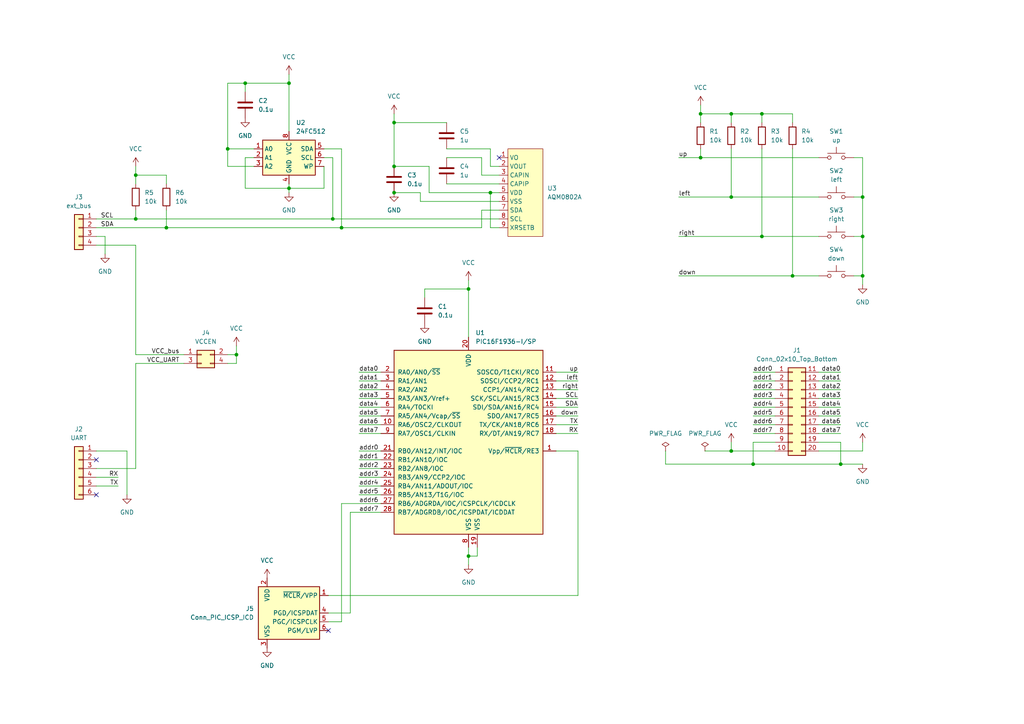
<source format=kicad_sch>
(kicad_sch (version 20211123) (generator eeschema)

  (uuid e63e39d7-6ac0-4ffd-8aa3-1841a4541b55)

  (paper "A4")

  (lib_symbols
    (symbol "Connector:Conn_PIC_ICSP_ICD" (in_bom yes) (on_board yes)
      (property "Reference" "J" (id 0) (at 6.35 8.89 0)
        (effects (font (size 1.27 1.27)))
      )
      (property "Value" "Conn_PIC_ICSP_ICD" (id 1) (at -8.89 -1.27 90)
        (effects (font (size 1.27 1.27)))
      )
      (property "Footprint" "" (id 2) (at 1.27 3.81 0)
        (effects (font (size 1.27 1.27)) hide)
      )
      (property "Datasheet" "http://ww1.microchip.com/downloads/en/devicedoc/30277d.pdf" (id 3) (at -7.62 -3.81 90)
        (effects (font (size 1.27 1.27)) hide)
      )
      (property "ki_keywords" "icsp icd pic microchip" (id 4) (at 0 0 0)
        (effects (font (size 1.27 1.27)) hide)
      )
      (property "ki_description" "Microchip PIC In-Circuit Serial Programming/Debugging (ICSP/ICD) connector" (id 5) (at 0 0 0)
        (effects (font (size 1.27 1.27)) hide)
      )
      (property "ki_fp_filters" "PinHeader*1x06*P2.54mm* PinSocket*1x06*P2.54mm*" (id 6) (at 0 0 0)
        (effects (font (size 1.27 1.27)) hide)
      )
      (symbol "Conn_PIC_ICSP_ICD_0_1"
        (rectangle (start -7.62 7.62) (end 10.16 -7.62)
          (stroke (width 0.254) (type default) (color 0 0 0 0))
          (fill (type background))
        )
      )
      (symbol "Conn_PIC_ICSP_ICD_1_1"
        (pin passive line (at 12.7 5.08 180) (length 2.54)
          (name "~{MCLR}/VPP" (effects (font (size 1.27 1.27))))
          (number "1" (effects (font (size 1.27 1.27))))
        )
        (pin passive line (at -5.08 10.16 270) (length 2.54)
          (name "VDD" (effects (font (size 1.27 1.27))))
          (number "2" (effects (font (size 1.27 1.27))))
        )
        (pin power_in line (at -5.08 -10.16 90) (length 2.54)
          (name "VSS" (effects (font (size 1.27 1.27))))
          (number "3" (effects (font (size 1.27 1.27))))
        )
        (pin bidirectional line (at 12.7 0 180) (length 2.54)
          (name "PGD/ICSPDAT" (effects (font (size 1.27 1.27))))
          (number "4" (effects (font (size 1.27 1.27))))
        )
        (pin output line (at 12.7 -2.54 180) (length 2.54)
          (name "PGC/ICSPCLK" (effects (font (size 1.27 1.27))))
          (number "5" (effects (font (size 1.27 1.27))))
        )
        (pin output line (at 12.7 -5.08 180) (length 2.54)
          (name "PGM/LVP" (effects (font (size 1.27 1.27))))
          (number "6" (effects (font (size 1.27 1.27))))
        )
      )
    )
    (symbol "Connector_Generic:Conn_01x04" (pin_names (offset 1.016) hide) (in_bom yes) (on_board yes)
      (property "Reference" "J" (id 0) (at 0 5.08 0)
        (effects (font (size 1.27 1.27)))
      )
      (property "Value" "Conn_01x04" (id 1) (at 0 -7.62 0)
        (effects (font (size 1.27 1.27)))
      )
      (property "Footprint" "" (id 2) (at 0 0 0)
        (effects (font (size 1.27 1.27)) hide)
      )
      (property "Datasheet" "~" (id 3) (at 0 0 0)
        (effects (font (size 1.27 1.27)) hide)
      )
      (property "ki_keywords" "connector" (id 4) (at 0 0 0)
        (effects (font (size 1.27 1.27)) hide)
      )
      (property "ki_description" "Generic connector, single row, 01x04, script generated (kicad-library-utils/schlib/autogen/connector/)" (id 5) (at 0 0 0)
        (effects (font (size 1.27 1.27)) hide)
      )
      (property "ki_fp_filters" "Connector*:*_1x??_*" (id 6) (at 0 0 0)
        (effects (font (size 1.27 1.27)) hide)
      )
      (symbol "Conn_01x04_1_1"
        (rectangle (start -1.27 -4.953) (end 0 -5.207)
          (stroke (width 0.1524) (type default) (color 0 0 0 0))
          (fill (type none))
        )
        (rectangle (start -1.27 -2.413) (end 0 -2.667)
          (stroke (width 0.1524) (type default) (color 0 0 0 0))
          (fill (type none))
        )
        (rectangle (start -1.27 0.127) (end 0 -0.127)
          (stroke (width 0.1524) (type default) (color 0 0 0 0))
          (fill (type none))
        )
        (rectangle (start -1.27 2.667) (end 0 2.413)
          (stroke (width 0.1524) (type default) (color 0 0 0 0))
          (fill (type none))
        )
        (rectangle (start -1.27 3.81) (end 1.27 -6.35)
          (stroke (width 0.254) (type default) (color 0 0 0 0))
          (fill (type background))
        )
        (pin passive line (at -5.08 2.54 0) (length 3.81)
          (name "Pin_1" (effects (font (size 1.27 1.27))))
          (number "1" (effects (font (size 1.27 1.27))))
        )
        (pin passive line (at -5.08 0 0) (length 3.81)
          (name "Pin_2" (effects (font (size 1.27 1.27))))
          (number "2" (effects (font (size 1.27 1.27))))
        )
        (pin passive line (at -5.08 -2.54 0) (length 3.81)
          (name "Pin_3" (effects (font (size 1.27 1.27))))
          (number "3" (effects (font (size 1.27 1.27))))
        )
        (pin passive line (at -5.08 -5.08 0) (length 3.81)
          (name "Pin_4" (effects (font (size 1.27 1.27))))
          (number "4" (effects (font (size 1.27 1.27))))
        )
      )
    )
    (symbol "Connector_Generic:Conn_01x06" (pin_names (offset 1.016) hide) (in_bom yes) (on_board yes)
      (property "Reference" "J" (id 0) (at 0 7.62 0)
        (effects (font (size 1.27 1.27)))
      )
      (property "Value" "Conn_01x06" (id 1) (at 0 -10.16 0)
        (effects (font (size 1.27 1.27)))
      )
      (property "Footprint" "" (id 2) (at 0 0 0)
        (effects (font (size 1.27 1.27)) hide)
      )
      (property "Datasheet" "~" (id 3) (at 0 0 0)
        (effects (font (size 1.27 1.27)) hide)
      )
      (property "ki_keywords" "connector" (id 4) (at 0 0 0)
        (effects (font (size 1.27 1.27)) hide)
      )
      (property "ki_description" "Generic connector, single row, 01x06, script generated (kicad-library-utils/schlib/autogen/connector/)" (id 5) (at 0 0 0)
        (effects (font (size 1.27 1.27)) hide)
      )
      (property "ki_fp_filters" "Connector*:*_1x??_*" (id 6) (at 0 0 0)
        (effects (font (size 1.27 1.27)) hide)
      )
      (symbol "Conn_01x06_1_1"
        (rectangle (start -1.27 -7.493) (end 0 -7.747)
          (stroke (width 0.1524) (type default) (color 0 0 0 0))
          (fill (type none))
        )
        (rectangle (start -1.27 -4.953) (end 0 -5.207)
          (stroke (width 0.1524) (type default) (color 0 0 0 0))
          (fill (type none))
        )
        (rectangle (start -1.27 -2.413) (end 0 -2.667)
          (stroke (width 0.1524) (type default) (color 0 0 0 0))
          (fill (type none))
        )
        (rectangle (start -1.27 0.127) (end 0 -0.127)
          (stroke (width 0.1524) (type default) (color 0 0 0 0))
          (fill (type none))
        )
        (rectangle (start -1.27 2.667) (end 0 2.413)
          (stroke (width 0.1524) (type default) (color 0 0 0 0))
          (fill (type none))
        )
        (rectangle (start -1.27 5.207) (end 0 4.953)
          (stroke (width 0.1524) (type default) (color 0 0 0 0))
          (fill (type none))
        )
        (rectangle (start -1.27 6.35) (end 1.27 -8.89)
          (stroke (width 0.254) (type default) (color 0 0 0 0))
          (fill (type background))
        )
        (pin passive line (at -5.08 5.08 0) (length 3.81)
          (name "Pin_1" (effects (font (size 1.27 1.27))))
          (number "1" (effects (font (size 1.27 1.27))))
        )
        (pin passive line (at -5.08 2.54 0) (length 3.81)
          (name "Pin_2" (effects (font (size 1.27 1.27))))
          (number "2" (effects (font (size 1.27 1.27))))
        )
        (pin passive line (at -5.08 0 0) (length 3.81)
          (name "Pin_3" (effects (font (size 1.27 1.27))))
          (number "3" (effects (font (size 1.27 1.27))))
        )
        (pin passive line (at -5.08 -2.54 0) (length 3.81)
          (name "Pin_4" (effects (font (size 1.27 1.27))))
          (number "4" (effects (font (size 1.27 1.27))))
        )
        (pin passive line (at -5.08 -5.08 0) (length 3.81)
          (name "Pin_5" (effects (font (size 1.27 1.27))))
          (number "5" (effects (font (size 1.27 1.27))))
        )
        (pin passive line (at -5.08 -7.62 0) (length 3.81)
          (name "Pin_6" (effects (font (size 1.27 1.27))))
          (number "6" (effects (font (size 1.27 1.27))))
        )
      )
    )
    (symbol "Connector_Generic:Conn_02x02_Odd_Even" (pin_names (offset 1.016) hide) (in_bom yes) (on_board yes)
      (property "Reference" "J" (id 0) (at 1.27 2.54 0)
        (effects (font (size 1.27 1.27)))
      )
      (property "Value" "Conn_02x02_Odd_Even" (id 1) (at 1.27 -5.08 0)
        (effects (font (size 1.27 1.27)))
      )
      (property "Footprint" "" (id 2) (at 0 0 0)
        (effects (font (size 1.27 1.27)) hide)
      )
      (property "Datasheet" "~" (id 3) (at 0 0 0)
        (effects (font (size 1.27 1.27)) hide)
      )
      (property "ki_keywords" "connector" (id 4) (at 0 0 0)
        (effects (font (size 1.27 1.27)) hide)
      )
      (property "ki_description" "Generic connector, double row, 02x02, odd/even pin numbering scheme (row 1 odd numbers, row 2 even numbers), script generated (kicad-library-utils/schlib/autogen/connector/)" (id 5) (at 0 0 0)
        (effects (font (size 1.27 1.27)) hide)
      )
      (property "ki_fp_filters" "Connector*:*_2x??_*" (id 6) (at 0 0 0)
        (effects (font (size 1.27 1.27)) hide)
      )
      (symbol "Conn_02x02_Odd_Even_1_1"
        (rectangle (start -1.27 -2.413) (end 0 -2.667)
          (stroke (width 0.1524) (type default) (color 0 0 0 0))
          (fill (type none))
        )
        (rectangle (start -1.27 0.127) (end 0 -0.127)
          (stroke (width 0.1524) (type default) (color 0 0 0 0))
          (fill (type none))
        )
        (rectangle (start -1.27 1.27) (end 3.81 -3.81)
          (stroke (width 0.254) (type default) (color 0 0 0 0))
          (fill (type background))
        )
        (rectangle (start 3.81 -2.413) (end 2.54 -2.667)
          (stroke (width 0.1524) (type default) (color 0 0 0 0))
          (fill (type none))
        )
        (rectangle (start 3.81 0.127) (end 2.54 -0.127)
          (stroke (width 0.1524) (type default) (color 0 0 0 0))
          (fill (type none))
        )
        (pin passive line (at -5.08 0 0) (length 3.81)
          (name "Pin_1" (effects (font (size 1.27 1.27))))
          (number "1" (effects (font (size 1.27 1.27))))
        )
        (pin passive line (at 7.62 0 180) (length 3.81)
          (name "Pin_2" (effects (font (size 1.27 1.27))))
          (number "2" (effects (font (size 1.27 1.27))))
        )
        (pin passive line (at -5.08 -2.54 0) (length 3.81)
          (name "Pin_3" (effects (font (size 1.27 1.27))))
          (number "3" (effects (font (size 1.27 1.27))))
        )
        (pin passive line (at 7.62 -2.54 180) (length 3.81)
          (name "Pin_4" (effects (font (size 1.27 1.27))))
          (number "4" (effects (font (size 1.27 1.27))))
        )
      )
    )
    (symbol "Connector_Generic:Conn_02x10_Top_Bottom" (pin_names (offset 1.016) hide) (in_bom yes) (on_board yes)
      (property "Reference" "J" (id 0) (at 1.27 12.7 0)
        (effects (font (size 1.27 1.27)))
      )
      (property "Value" "Conn_02x10_Top_Bottom" (id 1) (at 1.27 -15.24 0)
        (effects (font (size 1.27 1.27)))
      )
      (property "Footprint" "" (id 2) (at 0 0 0)
        (effects (font (size 1.27 1.27)) hide)
      )
      (property "Datasheet" "~" (id 3) (at 0 0 0)
        (effects (font (size 1.27 1.27)) hide)
      )
      (property "ki_keywords" "connector" (id 4) (at 0 0 0)
        (effects (font (size 1.27 1.27)) hide)
      )
      (property "ki_description" "Generic connector, double row, 02x10, top/bottom pin numbering scheme (row 1: 1...pins_per_row, row2: pins_per_row+1 ... num_pins), script generated (kicad-library-utils/schlib/autogen/connector/)" (id 5) (at 0 0 0)
        (effects (font (size 1.27 1.27)) hide)
      )
      (property "ki_fp_filters" "Connector*:*_2x??_*" (id 6) (at 0 0 0)
        (effects (font (size 1.27 1.27)) hide)
      )
      (symbol "Conn_02x10_Top_Bottom_1_1"
        (rectangle (start -1.27 -12.573) (end 0 -12.827)
          (stroke (width 0.1524) (type default) (color 0 0 0 0))
          (fill (type none))
        )
        (rectangle (start -1.27 -10.033) (end 0 -10.287)
          (stroke (width 0.1524) (type default) (color 0 0 0 0))
          (fill (type none))
        )
        (rectangle (start -1.27 -7.493) (end 0 -7.747)
          (stroke (width 0.1524) (type default) (color 0 0 0 0))
          (fill (type none))
        )
        (rectangle (start -1.27 -4.953) (end 0 -5.207)
          (stroke (width 0.1524) (type default) (color 0 0 0 0))
          (fill (type none))
        )
        (rectangle (start -1.27 -2.413) (end 0 -2.667)
          (stroke (width 0.1524) (type default) (color 0 0 0 0))
          (fill (type none))
        )
        (rectangle (start -1.27 0.127) (end 0 -0.127)
          (stroke (width 0.1524) (type default) (color 0 0 0 0))
          (fill (type none))
        )
        (rectangle (start -1.27 2.667) (end 0 2.413)
          (stroke (width 0.1524) (type default) (color 0 0 0 0))
          (fill (type none))
        )
        (rectangle (start -1.27 5.207) (end 0 4.953)
          (stroke (width 0.1524) (type default) (color 0 0 0 0))
          (fill (type none))
        )
        (rectangle (start -1.27 7.747) (end 0 7.493)
          (stroke (width 0.1524) (type default) (color 0 0 0 0))
          (fill (type none))
        )
        (rectangle (start -1.27 10.287) (end 0 10.033)
          (stroke (width 0.1524) (type default) (color 0 0 0 0))
          (fill (type none))
        )
        (rectangle (start -1.27 11.43) (end 3.81 -13.97)
          (stroke (width 0.254) (type default) (color 0 0 0 0))
          (fill (type background))
        )
        (rectangle (start 3.81 -12.573) (end 2.54 -12.827)
          (stroke (width 0.1524) (type default) (color 0 0 0 0))
          (fill (type none))
        )
        (rectangle (start 3.81 -10.033) (end 2.54 -10.287)
          (stroke (width 0.1524) (type default) (color 0 0 0 0))
          (fill (type none))
        )
        (rectangle (start 3.81 -7.493) (end 2.54 -7.747)
          (stroke (width 0.1524) (type default) (color 0 0 0 0))
          (fill (type none))
        )
        (rectangle (start 3.81 -4.953) (end 2.54 -5.207)
          (stroke (width 0.1524) (type default) (color 0 0 0 0))
          (fill (type none))
        )
        (rectangle (start 3.81 -2.413) (end 2.54 -2.667)
          (stroke (width 0.1524) (type default) (color 0 0 0 0))
          (fill (type none))
        )
        (rectangle (start 3.81 0.127) (end 2.54 -0.127)
          (stroke (width 0.1524) (type default) (color 0 0 0 0))
          (fill (type none))
        )
        (rectangle (start 3.81 2.667) (end 2.54 2.413)
          (stroke (width 0.1524) (type default) (color 0 0 0 0))
          (fill (type none))
        )
        (rectangle (start 3.81 5.207) (end 2.54 4.953)
          (stroke (width 0.1524) (type default) (color 0 0 0 0))
          (fill (type none))
        )
        (rectangle (start 3.81 7.747) (end 2.54 7.493)
          (stroke (width 0.1524) (type default) (color 0 0 0 0))
          (fill (type none))
        )
        (rectangle (start 3.81 10.287) (end 2.54 10.033)
          (stroke (width 0.1524) (type default) (color 0 0 0 0))
          (fill (type none))
        )
        (pin passive line (at -5.08 10.16 0) (length 3.81)
          (name "Pin_1" (effects (font (size 1.27 1.27))))
          (number "1" (effects (font (size 1.27 1.27))))
        )
        (pin passive line (at -5.08 -12.7 0) (length 3.81)
          (name "Pin_10" (effects (font (size 1.27 1.27))))
          (number "10" (effects (font (size 1.27 1.27))))
        )
        (pin passive line (at 7.62 10.16 180) (length 3.81)
          (name "Pin_11" (effects (font (size 1.27 1.27))))
          (number "11" (effects (font (size 1.27 1.27))))
        )
        (pin passive line (at 7.62 7.62 180) (length 3.81)
          (name "Pin_12" (effects (font (size 1.27 1.27))))
          (number "12" (effects (font (size 1.27 1.27))))
        )
        (pin passive line (at 7.62 5.08 180) (length 3.81)
          (name "Pin_13" (effects (font (size 1.27 1.27))))
          (number "13" (effects (font (size 1.27 1.27))))
        )
        (pin passive line (at 7.62 2.54 180) (length 3.81)
          (name "Pin_14" (effects (font (size 1.27 1.27))))
          (number "14" (effects (font (size 1.27 1.27))))
        )
        (pin passive line (at 7.62 0 180) (length 3.81)
          (name "Pin_15" (effects (font (size 1.27 1.27))))
          (number "15" (effects (font (size 1.27 1.27))))
        )
        (pin passive line (at 7.62 -2.54 180) (length 3.81)
          (name "Pin_16" (effects (font (size 1.27 1.27))))
          (number "16" (effects (font (size 1.27 1.27))))
        )
        (pin passive line (at 7.62 -5.08 180) (length 3.81)
          (name "Pin_17" (effects (font (size 1.27 1.27))))
          (number "17" (effects (font (size 1.27 1.27))))
        )
        (pin passive line (at 7.62 -7.62 180) (length 3.81)
          (name "Pin_18" (effects (font (size 1.27 1.27))))
          (number "18" (effects (font (size 1.27 1.27))))
        )
        (pin passive line (at 7.62 -10.16 180) (length 3.81)
          (name "Pin_19" (effects (font (size 1.27 1.27))))
          (number "19" (effects (font (size 1.27 1.27))))
        )
        (pin passive line (at -5.08 7.62 0) (length 3.81)
          (name "Pin_2" (effects (font (size 1.27 1.27))))
          (number "2" (effects (font (size 1.27 1.27))))
        )
        (pin passive line (at 7.62 -12.7 180) (length 3.81)
          (name "Pin_20" (effects (font (size 1.27 1.27))))
          (number "20" (effects (font (size 1.27 1.27))))
        )
        (pin passive line (at -5.08 5.08 0) (length 3.81)
          (name "Pin_3" (effects (font (size 1.27 1.27))))
          (number "3" (effects (font (size 1.27 1.27))))
        )
        (pin passive line (at -5.08 2.54 0) (length 3.81)
          (name "Pin_4" (effects (font (size 1.27 1.27))))
          (number "4" (effects (font (size 1.27 1.27))))
        )
        (pin passive line (at -5.08 0 0) (length 3.81)
          (name "Pin_5" (effects (font (size 1.27 1.27))))
          (number "5" (effects (font (size 1.27 1.27))))
        )
        (pin passive line (at -5.08 -2.54 0) (length 3.81)
          (name "Pin_6" (effects (font (size 1.27 1.27))))
          (number "6" (effects (font (size 1.27 1.27))))
        )
        (pin passive line (at -5.08 -5.08 0) (length 3.81)
          (name "Pin_7" (effects (font (size 1.27 1.27))))
          (number "7" (effects (font (size 1.27 1.27))))
        )
        (pin passive line (at -5.08 -7.62 0) (length 3.81)
          (name "Pin_8" (effects (font (size 1.27 1.27))))
          (number "8" (effects (font (size 1.27 1.27))))
        )
        (pin passive line (at -5.08 -10.16 0) (length 3.81)
          (name "Pin_9" (effects (font (size 1.27 1.27))))
          (number "9" (effects (font (size 1.27 1.27))))
        )
      )
    )
    (symbol "Device:C" (pin_numbers hide) (pin_names (offset 0.254)) (in_bom yes) (on_board yes)
      (property "Reference" "C" (id 0) (at 0.635 2.54 0)
        (effects (font (size 1.27 1.27)) (justify left))
      )
      (property "Value" "C" (id 1) (at 0.635 -2.54 0)
        (effects (font (size 1.27 1.27)) (justify left))
      )
      (property "Footprint" "" (id 2) (at 0.9652 -3.81 0)
        (effects (font (size 1.27 1.27)) hide)
      )
      (property "Datasheet" "~" (id 3) (at 0 0 0)
        (effects (font (size 1.27 1.27)) hide)
      )
      (property "ki_keywords" "cap capacitor" (id 4) (at 0 0 0)
        (effects (font (size 1.27 1.27)) hide)
      )
      (property "ki_description" "Unpolarized capacitor" (id 5) (at 0 0 0)
        (effects (font (size 1.27 1.27)) hide)
      )
      (property "ki_fp_filters" "C_*" (id 6) (at 0 0 0)
        (effects (font (size 1.27 1.27)) hide)
      )
      (symbol "C_0_1"
        (polyline
          (pts
            (xy -2.032 -0.762)
            (xy 2.032 -0.762)
          )
          (stroke (width 0.508) (type default) (color 0 0 0 0))
          (fill (type none))
        )
        (polyline
          (pts
            (xy -2.032 0.762)
            (xy 2.032 0.762)
          )
          (stroke (width 0.508) (type default) (color 0 0 0 0))
          (fill (type none))
        )
      )
      (symbol "C_1_1"
        (pin passive line (at 0 3.81 270) (length 2.794)
          (name "~" (effects (font (size 1.27 1.27))))
          (number "1" (effects (font (size 1.27 1.27))))
        )
        (pin passive line (at 0 -3.81 90) (length 2.794)
          (name "~" (effects (font (size 1.27 1.27))))
          (number "2" (effects (font (size 1.27 1.27))))
        )
      )
    )
    (symbol "Device:R" (pin_numbers hide) (pin_names (offset 0)) (in_bom yes) (on_board yes)
      (property "Reference" "R" (id 0) (at 2.032 0 90)
        (effects (font (size 1.27 1.27)))
      )
      (property "Value" "R" (id 1) (at 0 0 90)
        (effects (font (size 1.27 1.27)))
      )
      (property "Footprint" "" (id 2) (at -1.778 0 90)
        (effects (font (size 1.27 1.27)) hide)
      )
      (property "Datasheet" "~" (id 3) (at 0 0 0)
        (effects (font (size 1.27 1.27)) hide)
      )
      (property "ki_keywords" "R res resistor" (id 4) (at 0 0 0)
        (effects (font (size 1.27 1.27)) hide)
      )
      (property "ki_description" "Resistor" (id 5) (at 0 0 0)
        (effects (font (size 1.27 1.27)) hide)
      )
      (property "ki_fp_filters" "R_*" (id 6) (at 0 0 0)
        (effects (font (size 1.27 1.27)) hide)
      )
      (symbol "R_0_1"
        (rectangle (start -1.016 -2.54) (end 1.016 2.54)
          (stroke (width 0.254) (type default) (color 0 0 0 0))
          (fill (type none))
        )
      )
      (symbol "R_1_1"
        (pin passive line (at 0 3.81 270) (length 1.27)
          (name "~" (effects (font (size 1.27 1.27))))
          (number "1" (effects (font (size 1.27 1.27))))
        )
        (pin passive line (at 0 -3.81 90) (length 1.27)
          (name "~" (effects (font (size 1.27 1.27))))
          (number "2" (effects (font (size 1.27 1.27))))
        )
      )
    )
    (symbol "MCU_Microchip_PIC16:PIC16F1512-ISO" (pin_names (offset 1.016)) (in_bom yes) (on_board yes)
      (property "Reference" "U" (id 0) (at 5.08 30.48 0)
        (effects (font (size 1.27 1.27)) (justify left))
      )
      (property "Value" "PIC16F1512-ISO" (id 1) (at 5.08 27.94 0)
        (effects (font (size 1.27 1.27)) (justify left))
      )
      (property "Footprint" "" (id 2) (at 0 0 0)
        (effects (font (size 1.27 1.27)) hide)
      )
      (property "Datasheet" "http://ww1.microchip.com/downloads/en/DeviceDoc/41624A.pdf" (id 3) (at 0 0 0)
        (effects (font (size 1.27 1.27)) hide)
      )
      (property "ki_keywords" "FLASH-Based 8-Bit CMOS Microcontroller XLP" (id 4) (at 0 0 0)
        (effects (font (size 1.27 1.27)) hide)
      )
      (property "ki_description" "PIC16F1512, 2048W FLASH, 128B SRAM, SO-28" (id 5) (at 0 0 0)
        (effects (font (size 1.27 1.27)) hide)
      )
      (property "ki_fp_filters" "DIP* PDIP* SO* SSOP*" (id 6) (at 0 0 0)
        (effects (font (size 1.27 1.27)) hide)
      )
      (symbol "PIC16F1512-ISO_0_1"
        (rectangle (start -21.59 26.67) (end 21.59 -26.67)
          (stroke (width 0.254) (type default) (color 0 0 0 0))
          (fill (type background))
        )
      )
      (symbol "PIC16F1512-ISO_1_1"
        (pin input line (at 25.4 -2.54 180) (length 3.81)
          (name "Vpp/~{MCLR}/RE3" (effects (font (size 1.27 1.27))))
          (number "1" (effects (font (size 1.27 1.27))))
        )
        (pin bidirectional line (at -25.4 5.08 0) (length 3.81)
          (name "RA6/OSC2/CLKOUT" (effects (font (size 1.27 1.27))))
          (number "10" (effects (font (size 1.27 1.27))))
        )
        (pin bidirectional line (at 25.4 20.32 180) (length 3.81)
          (name "SOSCO/T1CKI/RC0" (effects (font (size 1.27 1.27))))
          (number "11" (effects (font (size 1.27 1.27))))
        )
        (pin bidirectional line (at 25.4 17.78 180) (length 3.81)
          (name "SOSCI/CCP2/RC1" (effects (font (size 1.27 1.27))))
          (number "12" (effects (font (size 1.27 1.27))))
        )
        (pin bidirectional line (at 25.4 15.24 180) (length 3.81)
          (name "CCP1/AN14/RC2" (effects (font (size 1.27 1.27))))
          (number "13" (effects (font (size 1.27 1.27))))
        )
        (pin bidirectional line (at 25.4 12.7 180) (length 3.81)
          (name "SCK/SCL/AN15/RC3" (effects (font (size 1.27 1.27))))
          (number "14" (effects (font (size 1.27 1.27))))
        )
        (pin bidirectional line (at 25.4 10.16 180) (length 3.81)
          (name "SDI/SDA/AN16/RC4" (effects (font (size 1.27 1.27))))
          (number "15" (effects (font (size 1.27 1.27))))
        )
        (pin bidirectional line (at 25.4 7.62 180) (length 3.81)
          (name "SDO/AN17/RC5" (effects (font (size 1.27 1.27))))
          (number "16" (effects (font (size 1.27 1.27))))
        )
        (pin bidirectional line (at 25.4 5.08 180) (length 3.81)
          (name "TX/CK/AN18/RC6" (effects (font (size 1.27 1.27))))
          (number "17" (effects (font (size 1.27 1.27))))
        )
        (pin bidirectional line (at 25.4 2.54 180) (length 3.81)
          (name "RX/DT/AN19/RC7" (effects (font (size 1.27 1.27))))
          (number "18" (effects (font (size 1.27 1.27))))
        )
        (pin power_in line (at 2.54 -30.48 90) (length 3.81)
          (name "VSS" (effects (font (size 1.27 1.27))))
          (number "19" (effects (font (size 1.27 1.27))))
        )
        (pin bidirectional line (at -25.4 20.32 0) (length 3.81)
          (name "RA0/AN0/~{SS}" (effects (font (size 1.27 1.27))))
          (number "2" (effects (font (size 1.27 1.27))))
        )
        (pin power_in line (at 0 30.48 270) (length 3.81)
          (name "VDD" (effects (font (size 1.27 1.27))))
          (number "20" (effects (font (size 1.27 1.27))))
        )
        (pin bidirectional line (at -25.4 -2.54 0) (length 3.81)
          (name "RB0/AN12/INT/IOC" (effects (font (size 1.27 1.27))))
          (number "21" (effects (font (size 1.27 1.27))))
        )
        (pin bidirectional line (at -25.4 -5.08 0) (length 3.81)
          (name "RB1/AN10/IOC" (effects (font (size 1.27 1.27))))
          (number "22" (effects (font (size 1.27 1.27))))
        )
        (pin bidirectional line (at -25.4 -7.62 0) (length 3.81)
          (name "RB2/AN8/IOC" (effects (font (size 1.27 1.27))))
          (number "23" (effects (font (size 1.27 1.27))))
        )
        (pin bidirectional line (at -25.4 -10.16 0) (length 3.81)
          (name "RB3/AN9/CCP2/IOC" (effects (font (size 1.27 1.27))))
          (number "24" (effects (font (size 1.27 1.27))))
        )
        (pin bidirectional line (at -25.4 -12.7 0) (length 3.81)
          (name "RB4/AN11/ADOUT/IOC" (effects (font (size 1.27 1.27))))
          (number "25" (effects (font (size 1.27 1.27))))
        )
        (pin bidirectional line (at -25.4 -15.24 0) (length 3.81)
          (name "RB5/AN13/T1G/IOC" (effects (font (size 1.27 1.27))))
          (number "26" (effects (font (size 1.27 1.27))))
        )
        (pin bidirectional line (at -25.4 -17.78 0) (length 3.81)
          (name "RB6/ADGRDA/IOC/ICSPCLK/ICDCLK" (effects (font (size 1.27 1.27))))
          (number "27" (effects (font (size 1.27 1.27))))
        )
        (pin bidirectional line (at -25.4 -20.32 0) (length 3.81)
          (name "RB7/ADGRDB/IOC/ICSPDAT/ICDDAT" (effects (font (size 1.27 1.27))))
          (number "28" (effects (font (size 1.27 1.27))))
        )
        (pin bidirectional line (at -25.4 17.78 0) (length 3.81)
          (name "RA1/AN1" (effects (font (size 1.27 1.27))))
          (number "3" (effects (font (size 1.27 1.27))))
        )
        (pin bidirectional line (at -25.4 15.24 0) (length 3.81)
          (name "RA2/AN2" (effects (font (size 1.27 1.27))))
          (number "4" (effects (font (size 1.27 1.27))))
        )
        (pin bidirectional line (at -25.4 12.7 0) (length 3.81)
          (name "RA3/AN3/Vref+" (effects (font (size 1.27 1.27))))
          (number "5" (effects (font (size 1.27 1.27))))
        )
        (pin bidirectional line (at -25.4 10.16 0) (length 3.81)
          (name "RA4/T0CKI" (effects (font (size 1.27 1.27))))
          (number "6" (effects (font (size 1.27 1.27))))
        )
        (pin bidirectional line (at -25.4 7.62 0) (length 3.81)
          (name "RA5/AN4/Vcap/~{SS}" (effects (font (size 1.27 1.27))))
          (number "7" (effects (font (size 1.27 1.27))))
        )
        (pin power_in line (at 0 -30.48 90) (length 3.81)
          (name "VSS" (effects (font (size 1.27 1.27))))
          (number "8" (effects (font (size 1.27 1.27))))
        )
        (pin bidirectional line (at -25.4 2.54 0) (length 3.81)
          (name "RA7/OSC1/CLKIN" (effects (font (size 1.27 1.27))))
          (number "9" (effects (font (size 1.27 1.27))))
        )
      )
    )
    (symbol "Memory_EEPROM:24LC256" (in_bom yes) (on_board yes)
      (property "Reference" "U" (id 0) (at -6.35 6.35 0)
        (effects (font (size 1.27 1.27)))
      )
      (property "Value" "24LC256" (id 1) (at 1.27 6.35 0)
        (effects (font (size 1.27 1.27)) (justify left))
      )
      (property "Footprint" "" (id 2) (at 0 0 0)
        (effects (font (size 1.27 1.27)) hide)
      )
      (property "Datasheet" "http://ww1.microchip.com/downloads/en/devicedoc/21203m.pdf" (id 3) (at 0 0 0)
        (effects (font (size 1.27 1.27)) hide)
      )
      (property "ki_keywords" "I2C Serial EEPROM" (id 4) (at 0 0 0)
        (effects (font (size 1.27 1.27)) hide)
      )
      (property "ki_description" "I2C Serial EEPROM, 256Kb, DIP-8/SOIC-8/TSSOP-8/DFN-8" (id 5) (at 0 0 0)
        (effects (font (size 1.27 1.27)) hide)
      )
      (property "ki_fp_filters" "DIP*W7.62mm* SOIC*3.9x4.9mm* TSSOP*4.4x3mm*P0.65mm* DFN*3x2mm*P0.5mm*" (id 6) (at 0 0 0)
        (effects (font (size 1.27 1.27)) hide)
      )
      (symbol "24LC256_1_1"
        (rectangle (start -7.62 5.08) (end 7.62 -5.08)
          (stroke (width 0.254) (type default) (color 0 0 0 0))
          (fill (type background))
        )
        (pin input line (at -10.16 2.54 0) (length 2.54)
          (name "A0" (effects (font (size 1.27 1.27))))
          (number "1" (effects (font (size 1.27 1.27))))
        )
        (pin input line (at -10.16 0 0) (length 2.54)
          (name "A1" (effects (font (size 1.27 1.27))))
          (number "2" (effects (font (size 1.27 1.27))))
        )
        (pin input line (at -10.16 -2.54 0) (length 2.54)
          (name "A2" (effects (font (size 1.27 1.27))))
          (number "3" (effects (font (size 1.27 1.27))))
        )
        (pin power_in line (at 0 -7.62 90) (length 2.54)
          (name "GND" (effects (font (size 1.27 1.27))))
          (number "4" (effects (font (size 1.27 1.27))))
        )
        (pin bidirectional line (at 10.16 2.54 180) (length 2.54)
          (name "SDA" (effects (font (size 1.27 1.27))))
          (number "5" (effects (font (size 1.27 1.27))))
        )
        (pin input line (at 10.16 0 180) (length 2.54)
          (name "SCL" (effects (font (size 1.27 1.27))))
          (number "6" (effects (font (size 1.27 1.27))))
        )
        (pin input line (at 10.16 -2.54 180) (length 2.54)
          (name "WP" (effects (font (size 1.27 1.27))))
          (number "7" (effects (font (size 1.27 1.27))))
        )
        (pin power_in line (at 0 7.62 270) (length 2.54)
          (name "VCC" (effects (font (size 1.27 1.27))))
          (number "8" (effects (font (size 1.27 1.27))))
        )
      )
    )
    (symbol "MyLibrary:AQM0802A" (in_bom yes) (on_board yes)
      (property "Reference" "U" (id 0) (at 0 13.97 0)
        (effects (font (size 1.27 1.27)))
      )
      (property "Value" "AQM0802A" (id 1) (at 0 -13.97 0)
        (effects (font (size 1.27 1.27)))
      )
      (property "Footprint" "" (id 2) (at 0 0 0)
        (effects (font (size 1.27 1.27)) hide)
      )
      (property "Datasheet" "" (id 3) (at 0 0 0)
        (effects (font (size 1.27 1.27)) hide)
      )
      (symbol "AQM0802A_0_1"
        (rectangle (start -5.08 12.7) (end 5.08 -12.7)
          (stroke (width 0) (type default) (color 0 0 0 0))
          (fill (type background))
        )
      )
      (symbol "AQM0802A_1_1"
        (pin passive line (at -7.62 10.16 0) (length 2.54)
          (name "VO" (effects (font (size 1.27 1.27))))
          (number "1" (effects (font (size 1.27 1.27))))
        )
        (pin passive line (at -7.62 7.62 0) (length 2.54)
          (name "VOUT" (effects (font (size 1.27 1.27))))
          (number "2" (effects (font (size 1.27 1.27))))
        )
        (pin passive line (at -7.62 5.08 0) (length 2.54)
          (name "CAPIN" (effects (font (size 1.27 1.27))))
          (number "3" (effects (font (size 1.27 1.27))))
        )
        (pin passive line (at -7.62 2.54 0) (length 2.54)
          (name "CAPIP" (effects (font (size 1.27 1.27))))
          (number "4" (effects (font (size 1.27 1.27))))
        )
        (pin power_in line (at -7.62 0 0) (length 2.54)
          (name "VDD" (effects (font (size 1.27 1.27))))
          (number "5" (effects (font (size 1.27 1.27))))
        )
        (pin power_in line (at -7.62 -2.54 0) (length 2.54)
          (name "VSS" (effects (font (size 1.27 1.27))))
          (number "6" (effects (font (size 1.27 1.27))))
        )
        (pin input line (at -7.62 -5.08 0) (length 2.54)
          (name "SDA" (effects (font (size 1.27 1.27))))
          (number "7" (effects (font (size 1.27 1.27))))
        )
        (pin input line (at -7.62 -7.62 0) (length 2.54)
          (name "SCL" (effects (font (size 1.27 1.27))))
          (number "8" (effects (font (size 1.27 1.27))))
        )
        (pin input line (at -7.62 -10.16 0) (length 2.54)
          (name "XRSETB" (effects (font (size 1.27 1.27))))
          (number "9" (effects (font (size 1.27 1.27))))
        )
      )
    )
    (symbol "Switch:SW_Push" (pin_numbers hide) (pin_names (offset 1.016) hide) (in_bom yes) (on_board yes)
      (property "Reference" "SW" (id 0) (at 1.27 2.54 0)
        (effects (font (size 1.27 1.27)) (justify left))
      )
      (property "Value" "SW_Push" (id 1) (at 0 -1.524 0)
        (effects (font (size 1.27 1.27)))
      )
      (property "Footprint" "" (id 2) (at 0 5.08 0)
        (effects (font (size 1.27 1.27)) hide)
      )
      (property "Datasheet" "~" (id 3) (at 0 5.08 0)
        (effects (font (size 1.27 1.27)) hide)
      )
      (property "ki_keywords" "switch normally-open pushbutton push-button" (id 4) (at 0 0 0)
        (effects (font (size 1.27 1.27)) hide)
      )
      (property "ki_description" "Push button switch, generic, two pins" (id 5) (at 0 0 0)
        (effects (font (size 1.27 1.27)) hide)
      )
      (symbol "SW_Push_0_1"
        (circle (center -2.032 0) (radius 0.508)
          (stroke (width 0) (type default) (color 0 0 0 0))
          (fill (type none))
        )
        (polyline
          (pts
            (xy 0 1.27)
            (xy 0 3.048)
          )
          (stroke (width 0) (type default) (color 0 0 0 0))
          (fill (type none))
        )
        (polyline
          (pts
            (xy 2.54 1.27)
            (xy -2.54 1.27)
          )
          (stroke (width 0) (type default) (color 0 0 0 0))
          (fill (type none))
        )
        (circle (center 2.032 0) (radius 0.508)
          (stroke (width 0) (type default) (color 0 0 0 0))
          (fill (type none))
        )
        (pin passive line (at -5.08 0 0) (length 2.54)
          (name "1" (effects (font (size 1.27 1.27))))
          (number "1" (effects (font (size 1.27 1.27))))
        )
        (pin passive line (at 5.08 0 180) (length 2.54)
          (name "2" (effects (font (size 1.27 1.27))))
          (number "2" (effects (font (size 1.27 1.27))))
        )
      )
    )
    (symbol "power:GND" (power) (pin_names (offset 0)) (in_bom yes) (on_board yes)
      (property "Reference" "#PWR" (id 0) (at 0 -6.35 0)
        (effects (font (size 1.27 1.27)) hide)
      )
      (property "Value" "GND" (id 1) (at 0 -3.81 0)
        (effects (font (size 1.27 1.27)))
      )
      (property "Footprint" "" (id 2) (at 0 0 0)
        (effects (font (size 1.27 1.27)) hide)
      )
      (property "Datasheet" "" (id 3) (at 0 0 0)
        (effects (font (size 1.27 1.27)) hide)
      )
      (property "ki_keywords" "power-flag" (id 4) (at 0 0 0)
        (effects (font (size 1.27 1.27)) hide)
      )
      (property "ki_description" "Power symbol creates a global label with name \"GND\" , ground" (id 5) (at 0 0 0)
        (effects (font (size 1.27 1.27)) hide)
      )
      (symbol "GND_0_1"
        (polyline
          (pts
            (xy 0 0)
            (xy 0 -1.27)
            (xy 1.27 -1.27)
            (xy 0 -2.54)
            (xy -1.27 -1.27)
            (xy 0 -1.27)
          )
          (stroke (width 0) (type default) (color 0 0 0 0))
          (fill (type none))
        )
      )
      (symbol "GND_1_1"
        (pin power_in line (at 0 0 270) (length 0) hide
          (name "GND" (effects (font (size 1.27 1.27))))
          (number "1" (effects (font (size 1.27 1.27))))
        )
      )
    )
    (symbol "power:PWR_FLAG" (power) (pin_numbers hide) (pin_names (offset 0) hide) (in_bom yes) (on_board yes)
      (property "Reference" "#FLG" (id 0) (at 0 1.905 0)
        (effects (font (size 1.27 1.27)) hide)
      )
      (property "Value" "PWR_FLAG" (id 1) (at 0 3.81 0)
        (effects (font (size 1.27 1.27)))
      )
      (property "Footprint" "" (id 2) (at 0 0 0)
        (effects (font (size 1.27 1.27)) hide)
      )
      (property "Datasheet" "~" (id 3) (at 0 0 0)
        (effects (font (size 1.27 1.27)) hide)
      )
      (property "ki_keywords" "power-flag" (id 4) (at 0 0 0)
        (effects (font (size 1.27 1.27)) hide)
      )
      (property "ki_description" "Special symbol for telling ERC where power comes from" (id 5) (at 0 0 0)
        (effects (font (size 1.27 1.27)) hide)
      )
      (symbol "PWR_FLAG_0_0"
        (pin power_out line (at 0 0 90) (length 0)
          (name "pwr" (effects (font (size 1.27 1.27))))
          (number "1" (effects (font (size 1.27 1.27))))
        )
      )
      (symbol "PWR_FLAG_0_1"
        (polyline
          (pts
            (xy 0 0)
            (xy 0 1.27)
            (xy -1.016 1.905)
            (xy 0 2.54)
            (xy 1.016 1.905)
            (xy 0 1.27)
          )
          (stroke (width 0) (type default) (color 0 0 0 0))
          (fill (type none))
        )
      )
    )
    (symbol "power:VCC" (power) (pin_names (offset 0)) (in_bom yes) (on_board yes)
      (property "Reference" "#PWR" (id 0) (at 0 -3.81 0)
        (effects (font (size 1.27 1.27)) hide)
      )
      (property "Value" "VCC" (id 1) (at 0 3.81 0)
        (effects (font (size 1.27 1.27)))
      )
      (property "Footprint" "" (id 2) (at 0 0 0)
        (effects (font (size 1.27 1.27)) hide)
      )
      (property "Datasheet" "" (id 3) (at 0 0 0)
        (effects (font (size 1.27 1.27)) hide)
      )
      (property "ki_keywords" "power-flag" (id 4) (at 0 0 0)
        (effects (font (size 1.27 1.27)) hide)
      )
      (property "ki_description" "Power symbol creates a global label with name \"VCC\"" (id 5) (at 0 0 0)
        (effects (font (size 1.27 1.27)) hide)
      )
      (symbol "VCC_0_1"
        (polyline
          (pts
            (xy -0.762 1.27)
            (xy 0 2.54)
          )
          (stroke (width 0) (type default) (color 0 0 0 0))
          (fill (type none))
        )
        (polyline
          (pts
            (xy 0 0)
            (xy 0 2.54)
          )
          (stroke (width 0) (type default) (color 0 0 0 0))
          (fill (type none))
        )
        (polyline
          (pts
            (xy 0 2.54)
            (xy 0.762 1.27)
          )
          (stroke (width 0) (type default) (color 0 0 0 0))
          (fill (type none))
        )
      )
      (symbol "VCC_1_1"
        (pin power_in line (at 0 0 90) (length 0) hide
          (name "VCC" (effects (font (size 1.27 1.27))))
          (number "1" (effects (font (size 1.27 1.27))))
        )
      )
    )
  )

  (junction (at 243.84 134.62) (diameter 0) (color 0 0 0 0)
    (uuid 1aa92b88-b1bc-4bca-9584-65ce89e67f71)
  )
  (junction (at 66.04 43.18) (diameter 0) (color 0 0 0 0)
    (uuid 26c6b7a9-f42b-42fc-aa2b-b518beeb94a1)
  )
  (junction (at 48.26 66.04) (diameter 0) (color 0 0 0 0)
    (uuid 2df0675e-6158-471b-99dd-99132b323762)
  )
  (junction (at 229.87 80.01) (diameter 0) (color 0 0 0 0)
    (uuid 304e3485-99f1-4930-877c-04b3693d6b80)
  )
  (junction (at 250.19 80.01) (diameter 0) (color 0 0 0 0)
    (uuid 51bbb4d3-f402-4879-87f0-8b35ac82e9d3)
  )
  (junction (at 39.37 63.5) (diameter 0) (color 0 0 0 0)
    (uuid 577ce9c0-c7d2-47e2-8208-12c231e01dd2)
  )
  (junction (at 114.3 35.56) (diameter 0) (color 0 0 0 0)
    (uuid 59da92cb-8055-43b7-a77c-6ab5a681db79)
  )
  (junction (at 39.37 50.8) (diameter 0) (color 0 0 0 0)
    (uuid 5e97128e-e58a-46d8-bf5e-6f74b605f5ee)
  )
  (junction (at 250.19 68.58) (diameter 0) (color 0 0 0 0)
    (uuid 70a680b9-8dfc-471f-9b18-5f63b542a55f)
  )
  (junction (at 142.24 55.88) (diameter 0) (color 0 0 0 0)
    (uuid 72d8f3d8-7f8c-4456-9428-1165c2c1395d)
  )
  (junction (at 68.58 102.87) (diameter 0) (color 0 0 0 0)
    (uuid 7301297e-cfe2-44d0-bd86-cc0a841c2614)
  )
  (junction (at 71.12 24.13) (diameter 0) (color 0 0 0 0)
    (uuid 7464993d-de1d-488e-969a-b6714a75b471)
  )
  (junction (at 83.82 24.13) (diameter 0) (color 0 0 0 0)
    (uuid 74a5be7f-d304-47fa-a4ed-d6f0432563f7)
  )
  (junction (at 114.3 55.88) (diameter 0) (color 0 0 0 0)
    (uuid 8c842c2e-f532-4b25-86d6-9a0be8813b7d)
  )
  (junction (at 114.3 48.26) (diameter 0) (color 0 0 0 0)
    (uuid 91014b06-9241-4c43-acab-ad8edcd4e57b)
  )
  (junction (at 220.98 68.58) (diameter 0) (color 0 0 0 0)
    (uuid 92e190e9-269d-40b8-b31f-54c3259ae101)
  )
  (junction (at 99.06 66.04) (diameter 0) (color 0 0 0 0)
    (uuid 9360db88-0e3c-4c73-bf1c-91c82cd31f4d)
  )
  (junction (at 96.52 63.5) (diameter 0) (color 0 0 0 0)
    (uuid 93ecd69d-f5a6-49fd-a9c6-15afee3ad243)
  )
  (junction (at 83.82 54.61) (diameter 0) (color 0 0 0 0)
    (uuid a1857eea-392f-49af-aabc-df9b0f9c6a26)
  )
  (junction (at 212.09 57.15) (diameter 0) (color 0 0 0 0)
    (uuid a8d6384b-388d-4c1a-973e-e1b925af5f22)
  )
  (junction (at 218.44 134.62) (diameter 0) (color 0 0 0 0)
    (uuid b2fe2e35-152e-4183-985a-a2116b36ab7d)
  )
  (junction (at 203.2 45.72) (diameter 0) (color 0 0 0 0)
    (uuid b5c5b2ee-a899-4a89-9a79-73aab8096412)
  )
  (junction (at 212.09 130.81) (diameter 0) (color 0 0 0 0)
    (uuid bf2cf240-922f-489b-be13-16398f0fa6b8)
  )
  (junction (at 135.89 83.82) (diameter 0) (color 0 0 0 0)
    (uuid caa9ef18-edaf-4e7d-9fc3-383d343c4433)
  )
  (junction (at 220.98 33.02) (diameter 0) (color 0 0 0 0)
    (uuid d1c32894-80a3-41e5-ab22-bad16e6cfa6f)
  )
  (junction (at 212.09 33.02) (diameter 0) (color 0 0 0 0)
    (uuid d3089742-034c-49f7-90f4-d5c41c5a7eed)
  )
  (junction (at 135.89 161.29) (diameter 0) (color 0 0 0 0)
    (uuid e833f3db-41d7-4754-b96c-6804d392ff83)
  )
  (junction (at 203.2 33.02) (diameter 0) (color 0 0 0 0)
    (uuid ebf8d059-34f5-4c9c-b264-bf1c2bc86d4a)
  )
  (junction (at 250.19 57.15) (diameter 0) (color 0 0 0 0)
    (uuid f60a4f1a-c910-49c1-8125-fdb04ee6aed1)
  )

  (no_connect (at 144.78 45.72) (uuid 3bb6ccb6-6fc6-4295-9119-834eb862e69d))
  (no_connect (at 27.94 143.51) (uuid 74789542-1a9a-45f3-a219-8053fef29f01))
  (no_connect (at 27.94 133.35) (uuid 74789542-1a9a-45f3-a219-8053fef29f01))
  (no_connect (at 95.25 182.88) (uuid a25514f8-f3b5-4791-9396-e4676bbb2820))

  (wire (pts (xy 250.19 130.81) (xy 250.19 128.27))
    (stroke (width 0) (type default) (color 0 0 0 0))
    (uuid 07dd56ae-fae0-447b-8321-67ee98361383)
  )
  (wire (pts (xy 53.34 102.87) (xy 39.37 102.87))
    (stroke (width 0) (type default) (color 0 0 0 0))
    (uuid 086a91ae-89e4-4645-a493-6b6b905d883e)
  )
  (wire (pts (xy 39.37 63.5) (xy 96.52 63.5))
    (stroke (width 0) (type default) (color 0 0 0 0))
    (uuid 0911b6fc-6669-49aa-9344-d2a7cd2302d2)
  )
  (wire (pts (xy 139.7 60.96) (xy 144.78 60.96))
    (stroke (width 0) (type default) (color 0 0 0 0))
    (uuid 0da04357-72fa-4ea5-af0d-0d5cf7787ff0)
  )
  (wire (pts (xy 167.64 172.72) (xy 95.25 172.72))
    (stroke (width 0) (type default) (color 0 0 0 0))
    (uuid 0eda3fda-d942-4d03-8bd6-5bfb00ac4445)
  )
  (wire (pts (xy 138.43 158.75) (xy 138.43 161.29))
    (stroke (width 0) (type default) (color 0 0 0 0))
    (uuid 0f30bf45-7b08-4a08-8d1c-20498477d504)
  )
  (wire (pts (xy 39.37 105.41) (xy 39.37 135.89))
    (stroke (width 0) (type default) (color 0 0 0 0))
    (uuid 1090fc01-22b1-41f1-9306-8f44708dcb9e)
  )
  (wire (pts (xy 212.09 33.02) (xy 203.2 33.02))
    (stroke (width 0) (type default) (color 0 0 0 0))
    (uuid 11ab79f3-241d-4b7a-ab1f-74811689e1b1)
  )
  (wire (pts (xy 144.78 48.26) (xy 142.24 48.26))
    (stroke (width 0) (type default) (color 0 0 0 0))
    (uuid 12f574d1-1a76-40eb-be9d-f5d65de7d7e7)
  )
  (wire (pts (xy 123.19 86.36) (xy 123.19 83.82))
    (stroke (width 0) (type default) (color 0 0 0 0))
    (uuid 1316bddd-d6d9-4d58-b22b-d9049b486020)
  )
  (wire (pts (xy 114.3 48.26) (xy 124.46 48.26))
    (stroke (width 0) (type default) (color 0 0 0 0))
    (uuid 143e200d-2b89-4f09-93ee-9693595645e0)
  )
  (wire (pts (xy 39.37 50.8) (xy 39.37 48.26))
    (stroke (width 0) (type default) (color 0 0 0 0))
    (uuid 15781db9-38d7-4b07-9598-34051857267f)
  )
  (wire (pts (xy 39.37 102.87) (xy 39.37 71.12))
    (stroke (width 0) (type default) (color 0 0 0 0))
    (uuid 17c57cc6-0c58-4edc-858b-9d0038ffbbab)
  )
  (wire (pts (xy 66.04 43.18) (xy 66.04 48.26))
    (stroke (width 0) (type default) (color 0 0 0 0))
    (uuid 17f28bcf-1498-4fea-ae2b-a0569bc37245)
  )
  (wire (pts (xy 203.2 43.18) (xy 203.2 45.72))
    (stroke (width 0) (type default) (color 0 0 0 0))
    (uuid 1a378180-8422-4ee3-94b5-98840037b7fd)
  )
  (wire (pts (xy 193.04 134.62) (xy 218.44 134.62))
    (stroke (width 0) (type default) (color 0 0 0 0))
    (uuid 1a41383f-7450-4e5a-b412-0455fa4fc3fe)
  )
  (wire (pts (xy 71.12 24.13) (xy 83.82 24.13))
    (stroke (width 0) (type default) (color 0 0 0 0))
    (uuid 1a8d5e18-6b36-447f-a72b-c23b50adf90e)
  )
  (wire (pts (xy 104.14 113.03) (xy 110.49 113.03))
    (stroke (width 0) (type default) (color 0 0 0 0))
    (uuid 1ae7eae4-d4b5-48d6-bace-510ed513b500)
  )
  (wire (pts (xy 167.64 130.81) (xy 167.64 172.72))
    (stroke (width 0) (type default) (color 0 0 0 0))
    (uuid 1b4c0a8c-8739-4c68-8da8-ccb0aef8f290)
  )
  (wire (pts (xy 27.94 68.58) (xy 30.48 68.58))
    (stroke (width 0) (type default) (color 0 0 0 0))
    (uuid 1b8a5bcd-31a2-4a84-bb79-af66197dd4f9)
  )
  (wire (pts (xy 123.19 83.82) (xy 135.89 83.82))
    (stroke (width 0) (type default) (color 0 0 0 0))
    (uuid 1bd8c9ce-be07-4a6c-b872-ed7825760939)
  )
  (wire (pts (xy 129.54 53.34) (xy 144.78 53.34))
    (stroke (width 0) (type default) (color 0 0 0 0))
    (uuid 1cb0dcc1-d6a1-4dcb-bc05-a60fb2bccea4)
  )
  (wire (pts (xy 161.29 123.19) (xy 167.64 123.19))
    (stroke (width 0) (type default) (color 0 0 0 0))
    (uuid 1e850e9b-5503-4d24-b739-a4a95ad037dc)
  )
  (wire (pts (xy 220.98 33.02) (xy 212.09 33.02))
    (stroke (width 0) (type default) (color 0 0 0 0))
    (uuid 1f48fe81-3bab-44ca-a4d4-76aba3307829)
  )
  (wire (pts (xy 83.82 24.13) (xy 83.82 38.1))
    (stroke (width 0) (type default) (color 0 0 0 0))
    (uuid 2180a188-c64c-4a42-ac56-515e60773e93)
  )
  (wire (pts (xy 99.06 66.04) (xy 139.7 66.04))
    (stroke (width 0) (type default) (color 0 0 0 0))
    (uuid 22033375-6400-473e-9692-1bb165bed932)
  )
  (wire (pts (xy 220.98 43.18) (xy 220.98 68.58))
    (stroke (width 0) (type default) (color 0 0 0 0))
    (uuid 24a2dcbd-423f-458e-b7d6-337883c8390f)
  )
  (wire (pts (xy 250.19 68.58) (xy 250.19 80.01))
    (stroke (width 0) (type default) (color 0 0 0 0))
    (uuid 273aa2e8-3072-4c9e-9f15-645466d25bfa)
  )
  (wire (pts (xy 250.19 80.01) (xy 250.19 82.55))
    (stroke (width 0) (type default) (color 0 0 0 0))
    (uuid 27a66aaa-5e8b-42b2-a8bc-2c7d006dd950)
  )
  (wire (pts (xy 27.94 63.5) (xy 39.37 63.5))
    (stroke (width 0) (type default) (color 0 0 0 0))
    (uuid 2967b8f1-daaa-4b02-b798-260da93b8355)
  )
  (wire (pts (xy 68.58 105.41) (xy 66.04 105.41))
    (stroke (width 0) (type default) (color 0 0 0 0))
    (uuid 297a74a3-5b76-4db0-ab2c-6525d9f45569)
  )
  (wire (pts (xy 96.52 45.72) (xy 96.52 63.5))
    (stroke (width 0) (type default) (color 0 0 0 0))
    (uuid 2abfd5b1-27bf-4a37-a494-33644012f2b5)
  )
  (wire (pts (xy 99.06 43.18) (xy 99.06 66.04))
    (stroke (width 0) (type default) (color 0 0 0 0))
    (uuid 2bb372b9-4f4e-4741-a647-684e698fb35a)
  )
  (wire (pts (xy 104.14 123.19) (xy 110.49 123.19))
    (stroke (width 0) (type default) (color 0 0 0 0))
    (uuid 2d11bf7b-49bb-4d05-aaca-4f64e5675dd3)
  )
  (wire (pts (xy 247.65 45.72) (xy 250.19 45.72))
    (stroke (width 0) (type default) (color 0 0 0 0))
    (uuid 2eb5f597-0eb1-47ea-a500-d69fdc5961d6)
  )
  (wire (pts (xy 212.09 33.02) (xy 212.09 35.56))
    (stroke (width 0) (type default) (color 0 0 0 0))
    (uuid 2ef40624-83f2-44a5-9f76-0e23b71c8abc)
  )
  (wire (pts (xy 237.49 113.03) (xy 243.84 113.03))
    (stroke (width 0) (type default) (color 0 0 0 0))
    (uuid 2f474a60-05b2-4963-b46d-0082d58ebfa1)
  )
  (wire (pts (xy 250.19 57.15) (xy 250.19 68.58))
    (stroke (width 0) (type default) (color 0 0 0 0))
    (uuid 30ded5e3-c3b3-4929-8f8c-b30554631a12)
  )
  (wire (pts (xy 104.14 125.73) (xy 110.49 125.73))
    (stroke (width 0) (type default) (color 0 0 0 0))
    (uuid 321782ce-b315-4c7e-97a2-306419dc84c6)
  )
  (wire (pts (xy 161.29 107.95) (xy 167.64 107.95))
    (stroke (width 0) (type default) (color 0 0 0 0))
    (uuid 32366dab-3fe6-4f55-95b0-7485f42cb668)
  )
  (wire (pts (xy 71.12 24.13) (xy 66.04 24.13))
    (stroke (width 0) (type default) (color 0 0 0 0))
    (uuid 3557975f-56eb-46f5-ad59-e1ac2858fb45)
  )
  (wire (pts (xy 101.6 148.59) (xy 110.49 148.59))
    (stroke (width 0) (type default) (color 0 0 0 0))
    (uuid 3676f734-aa07-4969-828c-e95e1a885ad5)
  )
  (wire (pts (xy 135.89 158.75) (xy 135.89 161.29))
    (stroke (width 0) (type default) (color 0 0 0 0))
    (uuid 378fc30f-ba9f-49b4-9ca9-3e39b8b1faca)
  )
  (wire (pts (xy 237.49 125.73) (xy 243.84 125.73))
    (stroke (width 0) (type default) (color 0 0 0 0))
    (uuid 383d1fa7-6f8f-4de2-b802-f53621edd450)
  )
  (wire (pts (xy 161.29 110.49) (xy 167.64 110.49))
    (stroke (width 0) (type default) (color 0 0 0 0))
    (uuid 38f529d2-e88d-453e-882f-a25332edcbd2)
  )
  (wire (pts (xy 218.44 120.65) (xy 224.79 120.65))
    (stroke (width 0) (type default) (color 0 0 0 0))
    (uuid 3b278191-5ec1-426b-99c9-672a6b2aed51)
  )
  (wire (pts (xy 104.14 130.81) (xy 110.49 130.81))
    (stroke (width 0) (type default) (color 0 0 0 0))
    (uuid 3b6ff585-03eb-4056-be56-a507830bba57)
  )
  (wire (pts (xy 229.87 43.18) (xy 229.87 80.01))
    (stroke (width 0) (type default) (color 0 0 0 0))
    (uuid 3baebd1b-ad3d-4027-adeb-ea3282aa56a4)
  )
  (wire (pts (xy 93.98 43.18) (xy 99.06 43.18))
    (stroke (width 0) (type default) (color 0 0 0 0))
    (uuid 3ca1c4a1-9d92-4f85-ab98-b4719f3ac357)
  )
  (wire (pts (xy 66.04 24.13) (xy 66.04 43.18))
    (stroke (width 0) (type default) (color 0 0 0 0))
    (uuid 3e94be0b-8199-43f9-8a05-b640c5183877)
  )
  (wire (pts (xy 104.14 133.35) (xy 110.49 133.35))
    (stroke (width 0) (type default) (color 0 0 0 0))
    (uuid 3f9b3252-0e49-4f09-b280-847719e9a7cb)
  )
  (wire (pts (xy 247.65 80.01) (xy 250.19 80.01))
    (stroke (width 0) (type default) (color 0 0 0 0))
    (uuid 3fbf0a07-06f0-42d8-98eb-2c56533dd5d2)
  )
  (wire (pts (xy 204.47 130.81) (xy 212.09 130.81))
    (stroke (width 0) (type default) (color 0 0 0 0))
    (uuid 400fda5d-b26e-473f-a613-32b6d5d45a2b)
  )
  (wire (pts (xy 104.14 140.97) (xy 110.49 140.97))
    (stroke (width 0) (type default) (color 0 0 0 0))
    (uuid 405ada80-cea9-422d-9995-6d3494d58401)
  )
  (wire (pts (xy 229.87 35.56) (xy 229.87 33.02))
    (stroke (width 0) (type default) (color 0 0 0 0))
    (uuid 4166a448-5904-45eb-8c8a-e981de9b3788)
  )
  (wire (pts (xy 237.49 130.81) (xy 250.19 130.81))
    (stroke (width 0) (type default) (color 0 0 0 0))
    (uuid 41873935-63ea-4ea6-bb30-40ceaa08fab9)
  )
  (wire (pts (xy 139.7 50.8) (xy 144.78 50.8))
    (stroke (width 0) (type default) (color 0 0 0 0))
    (uuid 45da9a7d-239d-4c48-82c4-9e7ccafbae2c)
  )
  (wire (pts (xy 237.49 128.27) (xy 243.84 128.27))
    (stroke (width 0) (type default) (color 0 0 0 0))
    (uuid 46e82fe2-9547-40aa-a8ca-e743d7b9269b)
  )
  (wire (pts (xy 83.82 21.59) (xy 83.82 24.13))
    (stroke (width 0) (type default) (color 0 0 0 0))
    (uuid 48c6e988-dc17-4dbe-b224-b723924bb412)
  )
  (wire (pts (xy 39.37 50.8) (xy 39.37 53.34))
    (stroke (width 0) (type default) (color 0 0 0 0))
    (uuid 4a4bac16-75cf-4af8-9bd5-c446ba7005b1)
  )
  (wire (pts (xy 243.84 128.27) (xy 243.84 134.62))
    (stroke (width 0) (type default) (color 0 0 0 0))
    (uuid 4ec79df4-577d-4c45-87af-68837aff1665)
  )
  (wire (pts (xy 203.2 33.02) (xy 203.2 35.56))
    (stroke (width 0) (type default) (color 0 0 0 0))
    (uuid 4ed6fd53-4077-4d84-8263-f55e476c0a9a)
  )
  (wire (pts (xy 139.7 66.04) (xy 139.7 60.96))
    (stroke (width 0) (type default) (color 0 0 0 0))
    (uuid 52d34a6b-87cc-43e4-91a9-2bb30838315d)
  )
  (wire (pts (xy 95.25 180.34) (xy 99.06 180.34))
    (stroke (width 0) (type default) (color 0 0 0 0))
    (uuid 53bf4d0a-ad2e-4bf5-ac55-e0bbc97d1b6f)
  )
  (wire (pts (xy 104.14 110.49) (xy 110.49 110.49))
    (stroke (width 0) (type default) (color 0 0 0 0))
    (uuid 55832174-fc05-47b1-8436-df191b0995d4)
  )
  (wire (pts (xy 218.44 118.11) (xy 224.79 118.11))
    (stroke (width 0) (type default) (color 0 0 0 0))
    (uuid 570adfd4-cb23-4f50-8194-755a87830e72)
  )
  (wire (pts (xy 71.12 26.67) (xy 71.12 24.13))
    (stroke (width 0) (type default) (color 0 0 0 0))
    (uuid 5828690b-e3d0-49f3-a9d9-ef4bff5c68e9)
  )
  (wire (pts (xy 66.04 43.18) (xy 73.66 43.18))
    (stroke (width 0) (type default) (color 0 0 0 0))
    (uuid 5921aecb-1b7c-455f-9e09-cba70d0c008b)
  )
  (wire (pts (xy 224.79 128.27) (xy 218.44 128.27))
    (stroke (width 0) (type default) (color 0 0 0 0))
    (uuid 59a6bd2c-7f4d-40d9-bde0-44cb26f92d1f)
  )
  (wire (pts (xy 93.98 45.72) (xy 96.52 45.72))
    (stroke (width 0) (type default) (color 0 0 0 0))
    (uuid 5c5a36de-5469-4b9f-94b9-431995395109)
  )
  (wire (pts (xy 71.12 54.61) (xy 83.82 54.61))
    (stroke (width 0) (type default) (color 0 0 0 0))
    (uuid 633f2a84-41e7-468c-b363-9ef28c09796b)
  )
  (wire (pts (xy 161.29 130.81) (xy 167.64 130.81))
    (stroke (width 0) (type default) (color 0 0 0 0))
    (uuid 641becf1-66da-4fa2-8890-656ebbc99b0b)
  )
  (wire (pts (xy 114.3 35.56) (xy 129.54 35.56))
    (stroke (width 0) (type default) (color 0 0 0 0))
    (uuid 66310a5d-4961-4a61-b2c3-81ab65da672e)
  )
  (wire (pts (xy 124.46 55.88) (xy 142.24 55.88))
    (stroke (width 0) (type default) (color 0 0 0 0))
    (uuid 66420e80-98e2-42de-9a7d-86af68a6d65c)
  )
  (wire (pts (xy 104.14 118.11) (xy 110.49 118.11))
    (stroke (width 0) (type default) (color 0 0 0 0))
    (uuid 6dd96940-2ec6-4d94-b1c3-e601afc004db)
  )
  (wire (pts (xy 196.85 57.15) (xy 212.09 57.15))
    (stroke (width 0) (type default) (color 0 0 0 0))
    (uuid 6ef0d951-9876-4b80-881c-c89b5acc7942)
  )
  (wire (pts (xy 218.44 115.57) (xy 224.79 115.57))
    (stroke (width 0) (type default) (color 0 0 0 0))
    (uuid 6fc392b3-89c0-4d64-9839-1098b8eb0aa9)
  )
  (wire (pts (xy 95.25 177.8) (xy 101.6 177.8))
    (stroke (width 0) (type default) (color 0 0 0 0))
    (uuid 706ebf11-e747-4f93-aed2-b799ed6fe398)
  )
  (wire (pts (xy 129.54 45.72) (xy 139.7 45.72))
    (stroke (width 0) (type default) (color 0 0 0 0))
    (uuid 735d7546-1496-4310-9b06-b582b840fbc7)
  )
  (wire (pts (xy 196.85 68.58) (xy 220.98 68.58))
    (stroke (width 0) (type default) (color 0 0 0 0))
    (uuid 73b0b911-d8d3-4b2e-8728-b1f8aa454a59)
  )
  (wire (pts (xy 71.12 45.72) (xy 71.12 54.61))
    (stroke (width 0) (type default) (color 0 0 0 0))
    (uuid 78182b18-f8a9-4cc1-adc1-467b4f03fa11)
  )
  (wire (pts (xy 124.46 48.26) (xy 124.46 55.88))
    (stroke (width 0) (type default) (color 0 0 0 0))
    (uuid 7b34ebec-0f33-40a5-b780-3bcbd7365f81)
  )
  (wire (pts (xy 144.78 58.42) (xy 121.92 58.42))
    (stroke (width 0) (type default) (color 0 0 0 0))
    (uuid 7b37fb72-5b7d-4c7b-acf0-03714bb84695)
  )
  (wire (pts (xy 218.44 110.49) (xy 224.79 110.49))
    (stroke (width 0) (type default) (color 0 0 0 0))
    (uuid 7b5b6472-f85f-4688-93dc-e31b111663f3)
  )
  (wire (pts (xy 203.2 45.72) (xy 237.49 45.72))
    (stroke (width 0) (type default) (color 0 0 0 0))
    (uuid 7e6d47a2-6dcc-4b4a-9184-56f682a73980)
  )
  (wire (pts (xy 220.98 33.02) (xy 220.98 35.56))
    (stroke (width 0) (type default) (color 0 0 0 0))
    (uuid 7e7fb460-314d-4372-9f06-940788dc1db5)
  )
  (wire (pts (xy 135.89 161.29) (xy 135.89 163.83))
    (stroke (width 0) (type default) (color 0 0 0 0))
    (uuid 817e17a0-de07-4a19-a711-19c465b9f320)
  )
  (wire (pts (xy 196.85 45.72) (xy 203.2 45.72))
    (stroke (width 0) (type default) (color 0 0 0 0))
    (uuid 81cd43b2-b26f-4da7-bce9-ce5128ffba8e)
  )
  (wire (pts (xy 121.92 58.42) (xy 121.92 55.88))
    (stroke (width 0) (type default) (color 0 0 0 0))
    (uuid 859b696d-71f2-4903-a63b-8dcbad10c08c)
  )
  (wire (pts (xy 229.87 80.01) (xy 237.49 80.01))
    (stroke (width 0) (type default) (color 0 0 0 0))
    (uuid 8925f86d-a548-4245-81f9-ba74275bf89c)
  )
  (wire (pts (xy 39.37 105.41) (xy 53.34 105.41))
    (stroke (width 0) (type default) (color 0 0 0 0))
    (uuid 8e28b757-7c03-4160-9533-f9c657057135)
  )
  (wire (pts (xy 193.04 130.81) (xy 193.04 134.62))
    (stroke (width 0) (type default) (color 0 0 0 0))
    (uuid 8fef4912-1e4b-42a5-88d3-2ed42619fa0f)
  )
  (wire (pts (xy 139.7 45.72) (xy 139.7 50.8))
    (stroke (width 0) (type default) (color 0 0 0 0))
    (uuid 90d792e5-1de5-4c67-bf18-08b9badf4892)
  )
  (wire (pts (xy 142.24 43.18) (xy 129.54 43.18))
    (stroke (width 0) (type default) (color 0 0 0 0))
    (uuid 93bd4d63-e9b1-41bf-b173-c5ebf98e030c)
  )
  (wire (pts (xy 48.26 60.96) (xy 48.26 66.04))
    (stroke (width 0) (type default) (color 0 0 0 0))
    (uuid 95e715cf-aa3a-4cd3-8b84-d8f69f60342d)
  )
  (wire (pts (xy 39.37 50.8) (xy 48.26 50.8))
    (stroke (width 0) (type default) (color 0 0 0 0))
    (uuid 9611ae9c-3449-4ef4-b41a-5c3e8de23ce2)
  )
  (wire (pts (xy 99.06 180.34) (xy 99.06 146.05))
    (stroke (width 0) (type default) (color 0 0 0 0))
    (uuid 97a5379a-af02-4481-8ffa-ed6146222de2)
  )
  (wire (pts (xy 144.78 66.04) (xy 142.24 66.04))
    (stroke (width 0) (type default) (color 0 0 0 0))
    (uuid 997cffed-de6e-4360-945c-34e6f985d193)
  )
  (wire (pts (xy 104.14 120.65) (xy 110.49 120.65))
    (stroke (width 0) (type default) (color 0 0 0 0))
    (uuid 9a466642-9148-48d4-875f-7a6549dd76be)
  )
  (wire (pts (xy 142.24 55.88) (xy 144.78 55.88))
    (stroke (width 0) (type default) (color 0 0 0 0))
    (uuid 9b4289e2-9b48-4fe9-9c70-29aae87f017d)
  )
  (wire (pts (xy 135.89 81.28) (xy 135.89 83.82))
    (stroke (width 0) (type default) (color 0 0 0 0))
    (uuid a2e5f205-b5da-40c6-a320-44732c517a84)
  )
  (wire (pts (xy 142.24 66.04) (xy 142.24 55.88))
    (stroke (width 0) (type default) (color 0 0 0 0))
    (uuid a6ba690e-54c6-4e93-9d56-e87dea3148da)
  )
  (wire (pts (xy 114.3 55.88) (xy 121.92 55.88))
    (stroke (width 0) (type default) (color 0 0 0 0))
    (uuid a6e8aa10-af7d-44e3-a344-825c887e9de1)
  )
  (wire (pts (xy 247.65 68.58) (xy 250.19 68.58))
    (stroke (width 0) (type default) (color 0 0 0 0))
    (uuid a7c35087-04ad-451f-85e8-30cbf423b8cf)
  )
  (wire (pts (xy 218.44 128.27) (xy 218.44 134.62))
    (stroke (width 0) (type default) (color 0 0 0 0))
    (uuid a7e21597-8687-4438-b284-4cf266a5f017)
  )
  (wire (pts (xy 101.6 177.8) (xy 101.6 148.59))
    (stroke (width 0) (type default) (color 0 0 0 0))
    (uuid a93efa80-0918-4f1f-8923-077c71c7368a)
  )
  (wire (pts (xy 161.29 115.57) (xy 167.64 115.57))
    (stroke (width 0) (type default) (color 0 0 0 0))
    (uuid a9a272b5-3430-4da0-b09f-97824a005788)
  )
  (wire (pts (xy 161.29 113.03) (xy 167.64 113.03))
    (stroke (width 0) (type default) (color 0 0 0 0))
    (uuid aa0496de-2353-4c90-8d46-b483a0506838)
  )
  (wire (pts (xy 218.44 123.19) (xy 224.79 123.19))
    (stroke (width 0) (type default) (color 0 0 0 0))
    (uuid ab7f4357-d81c-45ba-93bb-0da82327ae5b)
  )
  (wire (pts (xy 135.89 83.82) (xy 135.89 97.79))
    (stroke (width 0) (type default) (color 0 0 0 0))
    (uuid ab9b8c38-d2f6-45f2-95de-c53f4394a1f0)
  )
  (wire (pts (xy 237.49 115.57) (xy 243.84 115.57))
    (stroke (width 0) (type default) (color 0 0 0 0))
    (uuid ad0def29-13af-4fc3-aa20-5ef0162a58c3)
  )
  (wire (pts (xy 218.44 107.95) (xy 224.79 107.95))
    (stroke (width 0) (type default) (color 0 0 0 0))
    (uuid ae453a39-825b-4d7d-9b3e-4962e560e965)
  )
  (wire (pts (xy 212.09 128.27) (xy 212.09 130.81))
    (stroke (width 0) (type default) (color 0 0 0 0))
    (uuid af0f87f3-2631-471e-a5b3-cace08c9c97f)
  )
  (wire (pts (xy 114.3 33.02) (xy 114.3 35.56))
    (stroke (width 0) (type default) (color 0 0 0 0))
    (uuid b0a325d5-fb04-47f5-ba31-dae446b7bf39)
  )
  (wire (pts (xy 142.24 48.26) (xy 142.24 43.18))
    (stroke (width 0) (type default) (color 0 0 0 0))
    (uuid b15969e4-52dd-4cbe-a454-c4fc5c5a9beb)
  )
  (wire (pts (xy 237.49 120.65) (xy 243.84 120.65))
    (stroke (width 0) (type default) (color 0 0 0 0))
    (uuid b18483b3-f776-4e91-943e-97a45358a06a)
  )
  (wire (pts (xy 27.94 138.43) (xy 34.29 138.43))
    (stroke (width 0) (type default) (color 0 0 0 0))
    (uuid b37f27cd-dbbd-40d7-bbb4-5311f85dcb40)
  )
  (wire (pts (xy 237.49 123.19) (xy 243.84 123.19))
    (stroke (width 0) (type default) (color 0 0 0 0))
    (uuid b646d6dd-2a9d-495b-aefc-be89035e93b3)
  )
  (wire (pts (xy 39.37 60.96) (xy 39.37 63.5))
    (stroke (width 0) (type default) (color 0 0 0 0))
    (uuid b7b29747-49c6-4656-85a8-678913874d55)
  )
  (wire (pts (xy 218.44 134.62) (xy 243.84 134.62))
    (stroke (width 0) (type default) (color 0 0 0 0))
    (uuid b948fbf7-e12b-4eb9-b5c7-517de313f57e)
  )
  (wire (pts (xy 229.87 80.01) (xy 196.85 80.01))
    (stroke (width 0) (type default) (color 0 0 0 0))
    (uuid baf5b406-18df-4d8b-84f9-59870ea1967f)
  )
  (wire (pts (xy 138.43 161.29) (xy 135.89 161.29))
    (stroke (width 0) (type default) (color 0 0 0 0))
    (uuid bd66c3c1-2bdd-4cbd-88bf-ddd138883417)
  )
  (wire (pts (xy 104.14 107.95) (xy 110.49 107.95))
    (stroke (width 0) (type default) (color 0 0 0 0))
    (uuid bdb66f76-396d-41be-9c42-147662e3924d)
  )
  (wire (pts (xy 68.58 102.87) (xy 68.58 105.41))
    (stroke (width 0) (type default) (color 0 0 0 0))
    (uuid c0309535-5f84-40a3-bc7f-9d278423e854)
  )
  (wire (pts (xy 229.87 33.02) (xy 220.98 33.02))
    (stroke (width 0) (type default) (color 0 0 0 0))
    (uuid c03add14-6902-4d42-9d9f-c28b941f81ba)
  )
  (wire (pts (xy 99.06 146.05) (xy 110.49 146.05))
    (stroke (width 0) (type default) (color 0 0 0 0))
    (uuid c1c0f6b3-1a58-40c9-bca6-ef41528788c5)
  )
  (wire (pts (xy 212.09 130.81) (xy 224.79 130.81))
    (stroke (width 0) (type default) (color 0 0 0 0))
    (uuid c2ee1c69-23f5-4ef3-9607-c14f68b35361)
  )
  (wire (pts (xy 237.49 118.11) (xy 243.84 118.11))
    (stroke (width 0) (type default) (color 0 0 0 0))
    (uuid c63641dd-e06a-432c-8368-f7e4b7cb704d)
  )
  (wire (pts (xy 250.19 45.72) (xy 250.19 57.15))
    (stroke (width 0) (type default) (color 0 0 0 0))
    (uuid c63b2950-9494-4b9a-86d2-25baae274827)
  )
  (wire (pts (xy 83.82 54.61) (xy 83.82 55.88))
    (stroke (width 0) (type default) (color 0 0 0 0))
    (uuid ca76eda7-0a1d-4d0a-b5d3-71f4ac5ac27e)
  )
  (wire (pts (xy 48.26 53.34) (xy 48.26 50.8))
    (stroke (width 0) (type default) (color 0 0 0 0))
    (uuid d501d25f-aa69-457e-aad1-1f0627df3b9a)
  )
  (wire (pts (xy 27.94 140.97) (xy 34.29 140.97))
    (stroke (width 0) (type default) (color 0 0 0 0))
    (uuid d53f94b0-d07c-41d3-b201-89e634af954b)
  )
  (wire (pts (xy 212.09 43.18) (xy 212.09 57.15))
    (stroke (width 0) (type default) (color 0 0 0 0))
    (uuid d5641426-746c-4de4-95c3-fc4a1cccfc7b)
  )
  (wire (pts (xy 68.58 100.33) (xy 68.58 102.87))
    (stroke (width 0) (type default) (color 0 0 0 0))
    (uuid d5803ace-3b6d-46de-830c-90af292d24ea)
  )
  (wire (pts (xy 93.98 48.26) (xy 93.98 54.61))
    (stroke (width 0) (type default) (color 0 0 0 0))
    (uuid d743c6b4-2ac6-4d7b-9966-4f9bb40dabc1)
  )
  (wire (pts (xy 83.82 54.61) (xy 83.82 53.34))
    (stroke (width 0) (type default) (color 0 0 0 0))
    (uuid d78d4665-aa36-4085-b37c-e9dd176314e2)
  )
  (wire (pts (xy 237.49 107.95) (xy 243.84 107.95))
    (stroke (width 0) (type default) (color 0 0 0 0))
    (uuid d7950b87-afab-4312-8ce2-f194f66d4ca9)
  )
  (wire (pts (xy 161.29 120.65) (xy 167.64 120.65))
    (stroke (width 0) (type default) (color 0 0 0 0))
    (uuid d8c8fc85-72b6-49c1-a27d-18d782d76bfa)
  )
  (wire (pts (xy 104.14 135.89) (xy 110.49 135.89))
    (stroke (width 0) (type default) (color 0 0 0 0))
    (uuid d9a050ef-dbaf-4a62-82f1-955e33b36a89)
  )
  (wire (pts (xy 48.26 66.04) (xy 99.06 66.04))
    (stroke (width 0) (type default) (color 0 0 0 0))
    (uuid d9e620a6-c52d-4b4f-b9ac-603376fb8da7)
  )
  (wire (pts (xy 104.14 143.51) (xy 110.49 143.51))
    (stroke (width 0) (type default) (color 0 0 0 0))
    (uuid dab26036-243c-4d0d-88b4-5da89600ed97)
  )
  (wire (pts (xy 161.29 118.11) (xy 167.64 118.11))
    (stroke (width 0) (type default) (color 0 0 0 0))
    (uuid dad580f5-57d8-4a87-a514-f6a5dc9e5292)
  )
  (wire (pts (xy 104.14 115.57) (xy 110.49 115.57))
    (stroke (width 0) (type default) (color 0 0 0 0))
    (uuid dae72bec-6518-4836-ae4b-ec7881c1cdd2)
  )
  (wire (pts (xy 218.44 125.73) (xy 224.79 125.73))
    (stroke (width 0) (type default) (color 0 0 0 0))
    (uuid dc582d6a-7fb8-49cc-8b0b-411c4d249392)
  )
  (wire (pts (xy 66.04 48.26) (xy 73.66 48.26))
    (stroke (width 0) (type default) (color 0 0 0 0))
    (uuid dd5b3a7f-b9f2-4a69-ab3e-e607b6a52b47)
  )
  (wire (pts (xy 114.3 35.56) (xy 114.3 48.26))
    (stroke (width 0) (type default) (color 0 0 0 0))
    (uuid dd8d182c-9f95-4eb4-908c-85638e854ab7)
  )
  (wire (pts (xy 93.98 54.61) (xy 83.82 54.61))
    (stroke (width 0) (type default) (color 0 0 0 0))
    (uuid e0deb0a9-b4f1-4d29-8bcb-874c56790278)
  )
  (wire (pts (xy 212.09 57.15) (xy 237.49 57.15))
    (stroke (width 0) (type default) (color 0 0 0 0))
    (uuid e29c3dc2-8e30-499b-a0bb-6b6ffaa91277)
  )
  (wire (pts (xy 36.83 130.81) (xy 36.83 143.51))
    (stroke (width 0) (type default) (color 0 0 0 0))
    (uuid e529a73f-3a0c-475a-9098-dd6a7038efb5)
  )
  (wire (pts (xy 27.94 66.04) (xy 48.26 66.04))
    (stroke (width 0) (type default) (color 0 0 0 0))
    (uuid e8887029-e1eb-4848-ba40-ced02b6e88d9)
  )
  (wire (pts (xy 66.04 102.87) (xy 68.58 102.87))
    (stroke (width 0) (type default) (color 0 0 0 0))
    (uuid ea82f4b9-493c-43d5-8b37-6bb0d75720c3)
  )
  (wire (pts (xy 250.19 134.62) (xy 243.84 134.62))
    (stroke (width 0) (type default) (color 0 0 0 0))
    (uuid ebe1e84e-6fad-444b-98bd-89e13ac69a2c)
  )
  (wire (pts (xy 104.14 138.43) (xy 110.49 138.43))
    (stroke (width 0) (type default) (color 0 0 0 0))
    (uuid ecbf9d0f-1804-4a61-aa8e-476d78257c24)
  )
  (wire (pts (xy 247.65 57.15) (xy 250.19 57.15))
    (stroke (width 0) (type default) (color 0 0 0 0))
    (uuid ed4bac2c-1bba-4c82-a2ee-1a85d17856b1)
  )
  (wire (pts (xy 203.2 33.02) (xy 203.2 30.48))
    (stroke (width 0) (type default) (color 0 0 0 0))
    (uuid ee0fb994-f906-4abc-8b9f-e311f095a60d)
  )
  (wire (pts (xy 161.29 125.73) (xy 167.64 125.73))
    (stroke (width 0) (type default) (color 0 0 0 0))
    (uuid eee9dc48-e94d-4fbe-a286-8f3dfb159e19)
  )
  (wire (pts (xy 27.94 135.89) (xy 39.37 135.89))
    (stroke (width 0) (type default) (color 0 0 0 0))
    (uuid ef3a18fc-54e7-4369-9fbe-b8b0f0a7b1a2)
  )
  (wire (pts (xy 218.44 113.03) (xy 224.79 113.03))
    (stroke (width 0) (type default) (color 0 0 0 0))
    (uuid f1ebbdb2-65de-4060-8963-bcda8d77d664)
  )
  (wire (pts (xy 73.66 45.72) (xy 71.12 45.72))
    (stroke (width 0) (type default) (color 0 0 0 0))
    (uuid f1ef3e6f-78e8-4695-b584-f75c95d69dd9)
  )
  (wire (pts (xy 27.94 71.12) (xy 39.37 71.12))
    (stroke (width 0) (type default) (color 0 0 0 0))
    (uuid f713e8aa-d88f-4c29-98b6-6cd1e8bedfaa)
  )
  (wire (pts (xy 237.49 110.49) (xy 243.84 110.49))
    (stroke (width 0) (type default) (color 0 0 0 0))
    (uuid f89fc3c9-9f9d-4860-a3aa-01f468493da9)
  )
  (wire (pts (xy 220.98 68.58) (xy 237.49 68.58))
    (stroke (width 0) (type default) (color 0 0 0 0))
    (uuid f9d7be07-a29a-433c-ad0a-45016862723a)
  )
  (wire (pts (xy 96.52 63.5) (xy 144.78 63.5))
    (stroke (width 0) (type default) (color 0 0 0 0))
    (uuid fb2ed6ba-e6c4-4bd3-a4bc-c877d0331008)
  )
  (wire (pts (xy 27.94 130.81) (xy 36.83 130.81))
    (stroke (width 0) (type default) (color 0 0 0 0))
    (uuid fe778ccd-56bf-49d6-83b0-b27a574bf781)
  )
  (wire (pts (xy 30.48 68.58) (xy 30.48 73.66))
    (stroke (width 0) (type default) (color 0 0 0 0))
    (uuid fffa3fc0-c181-463e-84a1-25e2408f3ce5)
  )

  (label "addr4" (at 218.44 118.11 0)
    (effects (font (size 1.27 1.27)) (justify left bottom))
    (uuid 000f6506-afe9-4c0b-bd17-93786c726bdd)
  )
  (label "left" (at 196.85 57.15 0)
    (effects (font (size 1.27 1.27)) (justify left bottom))
    (uuid 0535fcf7-38cf-483f-b54c-80449fe004de)
  )
  (label "data2" (at 104.14 113.03 0)
    (effects (font (size 1.27 1.27)) (justify left bottom))
    (uuid 064ebc6d-6777-4eef-8f1a-f778123fec05)
  )
  (label "addr0" (at 104.14 130.81 0)
    (effects (font (size 1.27 1.27)) (justify left bottom))
    (uuid 06c3f104-37e0-41b7-9344-a25d675593b7)
  )
  (label "addr1" (at 104.14 133.35 0)
    (effects (font (size 1.27 1.27)) (justify left bottom))
    (uuid 0eb815e2-f9f5-438d-a8f3-d1867815d979)
  )
  (label "down" (at 167.64 120.65 180)
    (effects (font (size 1.27 1.27)) (justify right bottom))
    (uuid 1741dbdb-102b-479e-92b3-5a574ac69871)
  )
  (label "TX" (at 167.64 123.19 180)
    (effects (font (size 1.27 1.27)) (justify right bottom))
    (uuid 19131439-42bb-48a5-a696-58ef245f7046)
  )
  (label "SCL" (at 29.21 63.5 0)
    (effects (font (size 1.27 1.27)) (justify left bottom))
    (uuid 1c988837-5e0c-4744-85b1-71b2749d0bcc)
  )
  (label "VCC_UART" (at 52.07 105.41 180)
    (effects (font (size 1.27 1.27)) (justify right bottom))
    (uuid 2006952e-f052-4796-905f-c7ce37639555)
  )
  (label "data3" (at 243.84 115.57 180)
    (effects (font (size 1.27 1.27)) (justify right bottom))
    (uuid 24a37e11-fe91-4ae3-9dfb-82c2cd5c84b2)
  )
  (label "SDA" (at 167.64 118.11 180)
    (effects (font (size 1.27 1.27)) (justify right bottom))
    (uuid 2648ea51-ce4c-4085-bd6d-a1e821092e89)
  )
  (label "SDA" (at 29.21 66.04 0)
    (effects (font (size 1.27 1.27)) (justify left bottom))
    (uuid 2f840411-2367-4d04-8aba-762062a97c97)
  )
  (label "RX" (at 167.64 125.73 180)
    (effects (font (size 1.27 1.27)) (justify right bottom))
    (uuid 2fe0eeba-7d9f-4dc7-9f9a-81b58a74921b)
  )
  (label "addr7" (at 218.44 125.73 0)
    (effects (font (size 1.27 1.27)) (justify left bottom))
    (uuid 33562a35-fa83-4a54-996b-519c99fe8f10)
  )
  (label "up" (at 196.85 45.72 0)
    (effects (font (size 1.27 1.27)) (justify left bottom))
    (uuid 33990e6f-d24e-48a0-81b6-690c743d398c)
  )
  (label "right" (at 196.85 68.58 0)
    (effects (font (size 1.27 1.27)) (justify left bottom))
    (uuid 36104442-82fc-420f-b789-8fedd72ee7e9)
  )
  (label "TX" (at 34.29 140.97 180)
    (effects (font (size 1.27 1.27)) (justify right bottom))
    (uuid 36391c27-f2a0-478b-b88d-2c0a0f559fee)
  )
  (label "right" (at 167.64 113.03 180)
    (effects (font (size 1.27 1.27)) (justify right bottom))
    (uuid 36450652-340e-4d8b-95e8-1d67f784d688)
  )
  (label "data6" (at 243.84 123.19 180)
    (effects (font (size 1.27 1.27)) (justify right bottom))
    (uuid 379cf316-79a8-4d9a-b943-c9f2677bc33c)
  )
  (label "up" (at 167.64 107.95 180)
    (effects (font (size 1.27 1.27)) (justify right bottom))
    (uuid 4dd2619a-a3ab-40d0-abda-fc3a5fa9fead)
  )
  (label "addr1" (at 218.44 110.49 0)
    (effects (font (size 1.27 1.27)) (justify left bottom))
    (uuid 4e390d13-015c-44d6-8711-615e907f45b1)
  )
  (label "data6" (at 104.14 123.19 0)
    (effects (font (size 1.27 1.27)) (justify left bottom))
    (uuid 569e75a7-69f3-44aa-911c-ffaad1f28ddf)
  )
  (label "data7" (at 243.84 125.73 180)
    (effects (font (size 1.27 1.27)) (justify right bottom))
    (uuid 73903bee-a458-4c5c-9eb4-72df87025e81)
  )
  (label "addr0" (at 218.44 107.95 0)
    (effects (font (size 1.27 1.27)) (justify left bottom))
    (uuid 89394bb6-d2ae-457a-b8c6-76f1abad677a)
  )
  (label "data2" (at 243.84 113.03 180)
    (effects (font (size 1.27 1.27)) (justify right bottom))
    (uuid 90616b6a-bc2d-4a15-94ef-7da7e72799da)
  )
  (label "addr5" (at 218.44 120.65 0)
    (effects (font (size 1.27 1.27)) (justify left bottom))
    (uuid 91641f24-06cd-409d-97d5-24a58febec88)
  )
  (label "left" (at 167.64 110.49 180)
    (effects (font (size 1.27 1.27)) (justify right bottom))
    (uuid 93509bd5-b675-4eae-8021-e671ec5ac8bd)
  )
  (label "data0" (at 243.84 107.95 180)
    (effects (font (size 1.27 1.27)) (justify right bottom))
    (uuid 9377de71-94ea-494f-8ec0-53bd7d28f57f)
  )
  (label "data5" (at 243.84 120.65 180)
    (effects (font (size 1.27 1.27)) (justify right bottom))
    (uuid 9651cf27-419f-4c16-832e-d7f224abbf15)
  )
  (label "data0" (at 104.14 107.95 0)
    (effects (font (size 1.27 1.27)) (justify left bottom))
    (uuid 9ea997ba-53a8-4264-9d48-6ee0c1aaa70a)
  )
  (label "RX" (at 34.29 138.43 180)
    (effects (font (size 1.27 1.27)) (justify right bottom))
    (uuid ae90c5e5-81d4-462d-ae6c-753cf9438d14)
  )
  (label "addr4" (at 104.14 140.97 0)
    (effects (font (size 1.27 1.27)) (justify left bottom))
    (uuid b00f066f-04a8-4fa1-aeb1-b3bffd67c316)
  )
  (label "addr3" (at 218.44 115.57 0)
    (effects (font (size 1.27 1.27)) (justify left bottom))
    (uuid b16b2070-8a9e-4b4c-9378-6a561983c2d9)
  )
  (label "addr2" (at 104.14 135.89 0)
    (effects (font (size 1.27 1.27)) (justify left bottom))
    (uuid b230ceed-ba53-4dc9-a306-20e79ca811a2)
  )
  (label "addr2" (at 218.44 113.03 0)
    (effects (font (size 1.27 1.27)) (justify left bottom))
    (uuid cc5e3265-44b0-4672-80e1-7efa537ec751)
  )
  (label "data4" (at 104.14 118.11 0)
    (effects (font (size 1.27 1.27)) (justify left bottom))
    (uuid cec5294a-831f-422f-ad65-686f33f47226)
  )
  (label "addr6" (at 104.14 146.05 0)
    (effects (font (size 1.27 1.27)) (justify left bottom))
    (uuid d018931a-4ef3-4a10-bc75-e99423fcde3c)
  )
  (label "data5" (at 104.14 120.65 0)
    (effects (font (size 1.27 1.27)) (justify left bottom))
    (uuid d1287420-d129-4cc0-8193-48a2ac179dd2)
  )
  (label "SCL" (at 167.64 115.57 180)
    (effects (font (size 1.27 1.27)) (justify right bottom))
    (uuid d165621b-338c-4c03-947f-5996964a5670)
  )
  (label "down" (at 196.85 80.01 0)
    (effects (font (size 1.27 1.27)) (justify left bottom))
    (uuid d2ffd7a3-ad3c-4409-af84-a1a1ed8384a4)
  )
  (label "addr3" (at 104.14 138.43 0)
    (effects (font (size 1.27 1.27)) (justify left bottom))
    (uuid d3750299-3ce4-4a4b-9351-24bb9b503b15)
  )
  (label "data1" (at 104.14 110.49 0)
    (effects (font (size 1.27 1.27)) (justify left bottom))
    (uuid d4179407-3ea0-42bb-8967-6d19a2cca1d0)
  )
  (label "data1" (at 243.84 110.49 180)
    (effects (font (size 1.27 1.27)) (justify right bottom))
    (uuid daf6bd1a-b4ca-458e-9289-fa833dcf297c)
  )
  (label "addr7" (at 104.14 148.59 0)
    (effects (font (size 1.27 1.27)) (justify left bottom))
    (uuid e1d9841d-df09-4a27-a615-9eab89472f19)
  )
  (label "VCC_bus" (at 52.07 102.87 180)
    (effects (font (size 1.27 1.27)) (justify right bottom))
    (uuid e5e1ee5d-ad7d-49c0-a13b-d776d16c1c44)
  )
  (label "addr5" (at 104.14 143.51 0)
    (effects (font (size 1.27 1.27)) (justify left bottom))
    (uuid e7b970b8-94a9-4b0c-ba9c-20e4af8f53fe)
  )
  (label "data4" (at 243.84 118.11 180)
    (effects (font (size 1.27 1.27)) (justify right bottom))
    (uuid e8b633c5-7aca-4789-931c-834768c3563e)
  )
  (label "data7" (at 104.14 125.73 0)
    (effects (font (size 1.27 1.27)) (justify left bottom))
    (uuid e9e08497-801d-45e9-930d-4df343d19683)
  )
  (label "addr6" (at 218.44 123.19 0)
    (effects (font (size 1.27 1.27)) (justify left bottom))
    (uuid eb04aef1-a156-4884-8a0a-86471fc499cb)
  )
  (label "data3" (at 104.14 115.57 0)
    (effects (font (size 1.27 1.27)) (justify left bottom))
    (uuid f7ce5653-e452-40d4-8e87-9ff1e8f9f9f8)
  )

  (symbol (lib_id "Switch:SW_Push") (at 242.57 68.58 0) (unit 1)
    (in_bom yes) (on_board yes) (fields_autoplaced)
    (uuid 05935257-8c8a-4cbf-8105-ac4c5dea6526)
    (property "Reference" "SW3" (id 0) (at 242.57 60.96 0))
    (property "Value" "right" (id 1) (at 242.57 63.5 0))
    (property "Footprint" "Button_Switch_THT:SW_PUSH_6mm_H5mm" (id 2) (at 242.57 63.5 0)
      (effects (font (size 1.27 1.27)) hide)
    )
    (property "Datasheet" "~" (id 3) (at 242.57 63.5 0)
      (effects (font (size 1.27 1.27)) hide)
    )
    (pin "1" (uuid 52a8e4f7-66fc-4687-9036-fce37e1d0bc1))
    (pin "2" (uuid 53a35925-6f73-4bd2-8dc0-1b738beea7ed))
  )

  (symbol (lib_id "power:GND") (at 135.89 163.83 0) (unit 1)
    (in_bom yes) (on_board yes) (fields_autoplaced)
    (uuid 096e1438-a092-4fb4-a583-9cabe8850968)
    (property "Reference" "#PWR0105" (id 0) (at 135.89 170.18 0)
      (effects (font (size 1.27 1.27)) hide)
    )
    (property "Value" "GND" (id 1) (at 135.89 168.91 0))
    (property "Footprint" "" (id 2) (at 135.89 163.83 0)
      (effects (font (size 1.27 1.27)) hide)
    )
    (property "Datasheet" "" (id 3) (at 135.89 163.83 0)
      (effects (font (size 1.27 1.27)) hide)
    )
    (pin "1" (uuid 487c2ac1-7c60-4344-9247-583c6cc783e3))
  )

  (symbol (lib_id "MyLibrary:AQM0802A") (at 152.4 55.88 0) (unit 1)
    (in_bom yes) (on_board yes) (fields_autoplaced)
    (uuid 0a7d5286-b19e-48a8-a8a1-6e7df99db745)
    (property "Reference" "U3" (id 0) (at 158.75 54.6099 0)
      (effects (font (size 1.27 1.27)) (justify left))
    )
    (property "Value" "AQM0802A" (id 1) (at 158.75 57.1499 0)
      (effects (font (size 1.27 1.27)) (justify left))
    )
    (property "Footprint" "MyLibrary:AQM0802A-RN-GBW" (id 2) (at 152.4 55.88 0)
      (effects (font (size 1.27 1.27)) hide)
    )
    (property "Datasheet" "" (id 3) (at 152.4 55.88 0)
      (effects (font (size 1.27 1.27)) hide)
    )
    (pin "1" (uuid c79c27fb-1032-400f-a4c3-ccf6446a6e72))
    (pin "2" (uuid 6ac08697-3194-48a3-9ed1-f1c20c65dbeb))
    (pin "3" (uuid 9f4a41c3-28d7-4842-a565-f851c1de8873))
    (pin "4" (uuid 801d24ff-be6b-468d-a51b-7691568aa1d6))
    (pin "5" (uuid 3052b986-bf49-471a-a01e-e38843d910f8))
    (pin "6" (uuid 7395d445-f001-40d2-9dc5-7ab875916c86))
    (pin "7" (uuid 1f91a1fa-4e33-4b85-a42c-0d6c00b9aeee))
    (pin "8" (uuid 6fe3a23f-f6d9-4f04-846b-7fa94acc873f))
    (pin "9" (uuid a25783e2-c66e-400b-8417-3e83b1731613))
  )

  (symbol (lib_id "power:GND") (at 30.48 73.66 0) (unit 1)
    (in_bom yes) (on_board yes) (fields_autoplaced)
    (uuid 0c98b36d-8cea-48a0-95f2-926e5e3d7afe)
    (property "Reference" "#PWR0113" (id 0) (at 30.48 80.01 0)
      (effects (font (size 1.27 1.27)) hide)
    )
    (property "Value" "GND" (id 1) (at 30.48 78.74 0))
    (property "Footprint" "" (id 2) (at 30.48 73.66 0)
      (effects (font (size 1.27 1.27)) hide)
    )
    (property "Datasheet" "" (id 3) (at 30.48 73.66 0)
      (effects (font (size 1.27 1.27)) hide)
    )
    (pin "1" (uuid da325808-9391-4b6b-ad51-0a1974724e53))
  )

  (symbol (lib_id "Connector_Generic:Conn_02x02_Odd_Even") (at 58.42 102.87 0) (unit 1)
    (in_bom yes) (on_board yes) (fields_autoplaced)
    (uuid 164f405b-f848-4701-b0ad-2648ae2a0bf0)
    (property "Reference" "J4" (id 0) (at 59.69 96.52 0))
    (property "Value" "VCCEN" (id 1) (at 59.69 99.06 0))
    (property "Footprint" "Connector_PinHeader_2.54mm:PinHeader_2x02_P2.54mm_Vertical" (id 2) (at 58.42 102.87 0)
      (effects (font (size 1.27 1.27)) hide)
    )
    (property "Datasheet" "~" (id 3) (at 58.42 102.87 0)
      (effects (font (size 1.27 1.27)) hide)
    )
    (pin "1" (uuid 50976695-6c10-4fed-a7e4-c44ac336096f))
    (pin "2" (uuid afdd1082-c948-431f-a1eb-41a1700603dc))
    (pin "3" (uuid a7de4e0f-09fe-4e50-9d14-8866ccc12b5c))
    (pin "4" (uuid 05c5c936-2ffa-4ce2-accf-79d1f7dfc26b))
  )

  (symbol (lib_id "power:GND") (at 71.12 34.29 0) (unit 1)
    (in_bom yes) (on_board yes) (fields_autoplaced)
    (uuid 1fbdeadf-6335-4b17-a3fa-a57cdb11cfed)
    (property "Reference" "#PWR0107" (id 0) (at 71.12 40.64 0)
      (effects (font (size 1.27 1.27)) hide)
    )
    (property "Value" "GND" (id 1) (at 71.12 39.37 0))
    (property "Footprint" "" (id 2) (at 71.12 34.29 0)
      (effects (font (size 1.27 1.27)) hide)
    )
    (property "Datasheet" "" (id 3) (at 71.12 34.29 0)
      (effects (font (size 1.27 1.27)) hide)
    )
    (pin "1" (uuid a775993f-b684-4a03-90f7-7af78d3fc10a))
  )

  (symbol (lib_id "Device:C") (at 71.12 30.48 0) (unit 1)
    (in_bom yes) (on_board yes) (fields_autoplaced)
    (uuid 1fdc2364-a2a7-4144-90d8-9f462589f228)
    (property "Reference" "C2" (id 0) (at 74.93 29.2099 0)
      (effects (font (size 1.27 1.27)) (justify left))
    )
    (property "Value" "0.1u" (id 1) (at 74.93 31.7499 0)
      (effects (font (size 1.27 1.27)) (justify left))
    )
    (property "Footprint" "Capacitor_SMD:C_0805_2012Metric_Pad1.18x1.45mm_HandSolder" (id 2) (at 72.0852 34.29 0)
      (effects (font (size 1.27 1.27)) hide)
    )
    (property "Datasheet" "~" (id 3) (at 71.12 30.48 0)
      (effects (font (size 1.27 1.27)) hide)
    )
    (pin "1" (uuid 5acbb2c7-4fe2-44d6-84cd-889a04d28450))
    (pin "2" (uuid 33942086-f810-4fb8-8e69-74657af84594))
  )

  (symbol (lib_id "Memory_EEPROM:24LC256") (at 83.82 45.72 0) (unit 1)
    (in_bom yes) (on_board yes) (fields_autoplaced)
    (uuid 22b362d5-106e-4193-99cd-64773d0268fd)
    (property "Reference" "U2" (id 0) (at 85.8394 35.56 0)
      (effects (font (size 1.27 1.27)) (justify left))
    )
    (property "Value" "24FC512" (id 1) (at 85.8394 38.1 0)
      (effects (font (size 1.27 1.27)) (justify left))
    )
    (property "Footprint" "Package_DIP:DIP-8_W7.62mm" (id 2) (at 83.82 45.72 0)
      (effects (font (size 1.27 1.27)) hide)
    )
    (property "Datasheet" "http://ww1.microchip.com/downloads/en/devicedoc/21203m.pdf" (id 3) (at 83.82 45.72 0)
      (effects (font (size 1.27 1.27)) hide)
    )
    (pin "1" (uuid e8eb4146-54f0-4305-947a-3bd9edd5f494))
    (pin "2" (uuid 4b713724-5445-49cc-b09e-ef40ed6305a3))
    (pin "3" (uuid dfe54516-321d-41e5-81c7-89e95bd0e144))
    (pin "4" (uuid ed89f082-d208-460d-b1a9-b511125d7aa4))
    (pin "5" (uuid 6e20490c-b0d1-49bb-9783-6b12d53bb466))
    (pin "6" (uuid 49a29084-5c35-4446-b46c-58926fd9e588))
    (pin "7" (uuid 8ce7c43c-d13d-435b-a8c4-341fede812c1))
    (pin "8" (uuid 5259fec4-fca8-4dae-84f1-17919a0dcde3))
  )

  (symbol (lib_id "Connector:Conn_PIC_ICSP_ICD") (at 82.55 177.8 0) (unit 1)
    (in_bom yes) (on_board yes) (fields_autoplaced)
    (uuid 32119e74-28ea-4bac-8667-341ab378d940)
    (property "Reference" "J5" (id 0) (at 73.66 176.5299 0)
      (effects (font (size 1.27 1.27)) (justify right))
    )
    (property "Value" "Conn_PIC_ICSP_ICD" (id 1) (at 73.66 179.0699 0)
      (effects (font (size 1.27 1.27)) (justify right))
    )
    (property "Footprint" "Connector_PinHeader_2.54mm:PinHeader_1x06_P2.54mm_Vertical" (id 2) (at 83.82 173.99 0)
      (effects (font (size 1.27 1.27)) hide)
    )
    (property "Datasheet" "http://ww1.microchip.com/downloads/en/devicedoc/30277d.pdf" (id 3) (at 74.93 181.61 90)
      (effects (font (size 1.27 1.27)) hide)
    )
    (pin "1" (uuid cfac623f-a614-4294-ace2-613cff5e1fbc))
    (pin "2" (uuid 8bc6ad39-15a7-44a7-bebf-a9190e77449e))
    (pin "3" (uuid 99e7a09c-905b-46f1-b9f1-42e2022f945a))
    (pin "4" (uuid efab7d6c-5297-418e-a137-369cbd052cff))
    (pin "5" (uuid 3bd2059c-e9cc-4327-b80d-2d3721be19f0))
    (pin "6" (uuid 7e5e9b88-1277-49a3-a924-731b6e56f077))
  )

  (symbol (lib_id "power:VCC") (at 114.3 33.02 0) (unit 1)
    (in_bom yes) (on_board yes)
    (uuid 32ef1df1-244b-440b-808f-a8bce999cd5e)
    (property "Reference" "#PWR0103" (id 0) (at 114.3 36.83 0)
      (effects (font (size 1.27 1.27)) hide)
    )
    (property "Value" "VCC" (id 1) (at 114.3 27.94 0))
    (property "Footprint" "" (id 2) (at 114.3 33.02 0)
      (effects (font (size 1.27 1.27)) hide)
    )
    (property "Datasheet" "" (id 3) (at 114.3 33.02 0)
      (effects (font (size 1.27 1.27)) hide)
    )
    (pin "1" (uuid aaba1dab-cfd3-42dd-91f8-ccef1b8195ca))
  )

  (symbol (lib_id "Connector_Generic:Conn_02x10_Top_Bottom") (at 229.87 118.11 0) (unit 1)
    (in_bom yes) (on_board yes) (fields_autoplaced)
    (uuid 362f6bc1-b36b-4ada-aaa5-081883d54c75)
    (property "Reference" "J1" (id 0) (at 231.14 101.6 0))
    (property "Value" "Conn_02x10_Top_Bottom" (id 1) (at 231.14 104.14 0))
    (property "Footprint" "ModifiedKiCadLibrary:PinHeader_2x10_P2.54mm_Vertical_Top_Bottom" (id 2) (at 229.87 118.11 0)
      (effects (font (size 1.27 1.27)) hide)
    )
    (property "Datasheet" "~" (id 3) (at 229.87 118.11 0)
      (effects (font (size 1.27 1.27)) hide)
    )
    (pin "1" (uuid cd3e7201-52e7-4fd5-9be7-35b0d089a270))
    (pin "10" (uuid b8d93a05-9cf4-404e-8cce-5e07999e34b7))
    (pin "11" (uuid 209b3a40-b85d-4a68-824c-c06da8d6af49))
    (pin "12" (uuid 7bb75f26-2f12-411a-bf08-7da3a2a1cce0))
    (pin "13" (uuid 15e235d8-de40-4b7c-80bf-8641c4099a87))
    (pin "14" (uuid 917ac3cc-afa9-4690-84a3-4b3df5341b1a))
    (pin "15" (uuid 1c4b9352-6911-4e31-af67-edf6f9fdcd8e))
    (pin "16" (uuid edfc832e-6dab-4384-a548-28c3c91f1df4))
    (pin "17" (uuid e2af8c30-1d6e-455e-b723-52074084c292))
    (pin "18" (uuid 649ea025-77ab-448e-bb24-4897948f6686))
    (pin "19" (uuid 1bfea0a3-4b1b-4475-b6eb-5544a17beeac))
    (pin "2" (uuid d3be919d-e846-4b64-a4e1-861827ee70aa))
    (pin "20" (uuid cbeef9cb-83ee-46c5-a02f-7e68e81cd7e3))
    (pin "3" (uuid d68c57b4-ac3b-4a50-95bc-b9e831fedcfd))
    (pin "4" (uuid 7a1d1a53-7118-420d-b26c-4042616ca80d))
    (pin "5" (uuid c7abdf7c-8f56-4d15-a95a-f348ee7c7136))
    (pin "6" (uuid 7155ff4f-68b4-4b08-8043-bbd4cb62f125))
    (pin "7" (uuid 78148cf9-3b2d-41e8-a596-a4bcec279f50))
    (pin "8" (uuid 8c65ea10-d221-487e-a9f4-457a4d2b39c3))
    (pin "9" (uuid 212531ec-81bc-4d7c-8d83-1d773113e6e1))
  )

  (symbol (lib_id "Device:C") (at 129.54 39.37 180) (unit 1)
    (in_bom yes) (on_board yes) (fields_autoplaced)
    (uuid 36deaa45-bf06-4d74-941f-c1bd366fa7eb)
    (property "Reference" "C5" (id 0) (at 133.35 38.0999 0)
      (effects (font (size 1.27 1.27)) (justify right))
    )
    (property "Value" "1u" (id 1) (at 133.35 40.6399 0)
      (effects (font (size 1.27 1.27)) (justify right))
    )
    (property "Footprint" "Capacitor_SMD:C_0805_2012Metric_Pad1.18x1.45mm_HandSolder" (id 2) (at 128.5748 35.56 0)
      (effects (font (size 1.27 1.27)) hide)
    )
    (property "Datasheet" "~" (id 3) (at 129.54 39.37 0)
      (effects (font (size 1.27 1.27)) hide)
    )
    (pin "1" (uuid cd1ac347-a41d-4beb-ac1e-d55c3486a28f))
    (pin "2" (uuid 3a11db0f-f574-4abe-bd08-9ef7dd6bceae))
  )

  (symbol (lib_id "Device:R") (at 229.87 39.37 0) (unit 1)
    (in_bom yes) (on_board yes) (fields_autoplaced)
    (uuid 47e5229a-ad90-47cc-8bf4-caa478ca6a1c)
    (property "Reference" "R4" (id 0) (at 232.41 38.0999 0)
      (effects (font (size 1.27 1.27)) (justify left))
    )
    (property "Value" "10k" (id 1) (at 232.41 40.6399 0)
      (effects (font (size 1.27 1.27)) (justify left))
    )
    (property "Footprint" "Resistor_SMD:R_0805_2012Metric_Pad1.20x1.40mm_HandSolder" (id 2) (at 228.092 39.37 90)
      (effects (font (size 1.27 1.27)) hide)
    )
    (property "Datasheet" "~" (id 3) (at 229.87 39.37 0)
      (effects (font (size 1.27 1.27)) hide)
    )
    (pin "1" (uuid f93082f3-9cd9-4c43-a3e7-682a4f1b64fc))
    (pin "2" (uuid eba1db89-2100-49a4-bb39-1781fe41ccff))
  )

  (symbol (lib_id "Connector_Generic:Conn_01x04") (at 22.86 66.04 0) (mirror y) (unit 1)
    (in_bom yes) (on_board yes) (fields_autoplaced)
    (uuid 48bed38c-96f3-437b-9a6f-108e6d98cff8)
    (property "Reference" "J3" (id 0) (at 22.86 57.15 0))
    (property "Value" "ext_bus" (id 1) (at 22.86 59.69 0))
    (property "Footprint" "Connector_PinHeader_2.54mm:PinHeader_1x04_P2.54mm_Vertical" (id 2) (at 22.86 66.04 0)
      (effects (font (size 1.27 1.27)) hide)
    )
    (property "Datasheet" "~" (id 3) (at 22.86 66.04 0)
      (effects (font (size 1.27 1.27)) hide)
    )
    (pin "1" (uuid f3ff352a-57fb-4ffb-9f03-d16dfb147b6d))
    (pin "2" (uuid 613bd774-99d5-4d2f-b674-c45dc1b162ce))
    (pin "3" (uuid d264874f-ff76-48b1-b0e5-800967360704))
    (pin "4" (uuid c37f45bc-e750-4fcd-90dd-8a164c61672f))
  )

  (symbol (lib_id "Device:R") (at 212.09 39.37 0) (unit 1)
    (in_bom yes) (on_board yes) (fields_autoplaced)
    (uuid 5600b447-c7ff-458e-9bff-fc869f85491e)
    (property "Reference" "R2" (id 0) (at 214.63 38.0999 0)
      (effects (font (size 1.27 1.27)) (justify left))
    )
    (property "Value" "10k" (id 1) (at 214.63 40.6399 0)
      (effects (font (size 1.27 1.27)) (justify left))
    )
    (property "Footprint" "Resistor_SMD:R_0805_2012Metric_Pad1.20x1.40mm_HandSolder" (id 2) (at 210.312 39.37 90)
      (effects (font (size 1.27 1.27)) hide)
    )
    (property "Datasheet" "~" (id 3) (at 212.09 39.37 0)
      (effects (font (size 1.27 1.27)) hide)
    )
    (pin "1" (uuid d71be044-1138-4c93-8f7a-b11262320bb8))
    (pin "2" (uuid 953ff64b-83bc-4f79-84b7-bc371be7f907))
  )

  (symbol (lib_id "Device:R") (at 203.2 39.37 0) (unit 1)
    (in_bom yes) (on_board yes) (fields_autoplaced)
    (uuid 5d4aa081-1d43-4a63-9aa9-469f4dfdbdcf)
    (property "Reference" "R1" (id 0) (at 205.74 38.0999 0)
      (effects (font (size 1.27 1.27)) (justify left))
    )
    (property "Value" "10k" (id 1) (at 205.74 40.6399 0)
      (effects (font (size 1.27 1.27)) (justify left))
    )
    (property "Footprint" "Resistor_SMD:R_0805_2012Metric_Pad1.20x1.40mm_HandSolder" (id 2) (at 201.422 39.37 90)
      (effects (font (size 1.27 1.27)) hide)
    )
    (property "Datasheet" "~" (id 3) (at 203.2 39.37 0)
      (effects (font (size 1.27 1.27)) hide)
    )
    (pin "1" (uuid a7890e5c-1170-4eda-8608-2394113d194b))
    (pin "2" (uuid 9ae51794-33fa-4562-9364-09abec4d0328))
  )

  (symbol (lib_id "Device:C") (at 114.3 52.07 180) (unit 1)
    (in_bom yes) (on_board yes) (fields_autoplaced)
    (uuid 5d5f62ab-cb2f-4bb6-a5e5-ac5fed2066e6)
    (property "Reference" "C3" (id 0) (at 118.11 50.7999 0)
      (effects (font (size 1.27 1.27)) (justify right))
    )
    (property "Value" "0.1u" (id 1) (at 118.11 53.3399 0)
      (effects (font (size 1.27 1.27)) (justify right))
    )
    (property "Footprint" "Capacitor_SMD:C_0805_2012Metric_Pad1.18x1.45mm_HandSolder" (id 2) (at 113.3348 48.26 0)
      (effects (font (size 1.27 1.27)) hide)
    )
    (property "Datasheet" "~" (id 3) (at 114.3 52.07 0)
      (effects (font (size 1.27 1.27)) hide)
    )
    (pin "1" (uuid 5a8e8eb4-da45-4a6d-a36f-90435cae249a))
    (pin "2" (uuid b0a0b35a-f10c-4175-884d-93c49ec9e0b0))
  )

  (symbol (lib_id "power:GND") (at 250.19 82.55 0) (unit 1)
    (in_bom yes) (on_board yes) (fields_autoplaced)
    (uuid 5eb5401f-715d-4d3a-9ced-2965d374625e)
    (property "Reference" "#PWR0118" (id 0) (at 250.19 88.9 0)
      (effects (font (size 1.27 1.27)) hide)
    )
    (property "Value" "GND" (id 1) (at 250.19 87.63 0))
    (property "Footprint" "" (id 2) (at 250.19 82.55 0)
      (effects (font (size 1.27 1.27)) hide)
    )
    (property "Datasheet" "" (id 3) (at 250.19 82.55 0)
      (effects (font (size 1.27 1.27)) hide)
    )
    (pin "1" (uuid 97f68db2-ee9c-4cea-9f5a-1da0530a59d5))
  )

  (symbol (lib_id "power:GND") (at 123.19 93.98 0) (unit 1)
    (in_bom yes) (on_board yes) (fields_autoplaced)
    (uuid 5efe5efa-3f3f-4019-bfc1-3e4969dfc144)
    (property "Reference" "#PWR0112" (id 0) (at 123.19 100.33 0)
      (effects (font (size 1.27 1.27)) hide)
    )
    (property "Value" "GND" (id 1) (at 123.19 99.06 0))
    (property "Footprint" "" (id 2) (at 123.19 93.98 0)
      (effects (font (size 1.27 1.27)) hide)
    )
    (property "Datasheet" "" (id 3) (at 123.19 93.98 0)
      (effects (font (size 1.27 1.27)) hide)
    )
    (pin "1" (uuid c26bc807-5a33-4e78-9937-17e06d053fdb))
  )

  (symbol (lib_id "power:VCC") (at 135.89 81.28 0) (unit 1)
    (in_bom yes) (on_board yes)
    (uuid 65174a7c-e17d-4321-b0a8-d48f1d2f804c)
    (property "Reference" "#PWR0111" (id 0) (at 135.89 85.09 0)
      (effects (font (size 1.27 1.27)) hide)
    )
    (property "Value" "VCC" (id 1) (at 135.89 76.2 0))
    (property "Footprint" "" (id 2) (at 135.89 81.28 0)
      (effects (font (size 1.27 1.27)) hide)
    )
    (property "Datasheet" "" (id 3) (at 135.89 81.28 0)
      (effects (font (size 1.27 1.27)) hide)
    )
    (pin "1" (uuid c3178fd3-ea75-4ca8-81ad-89c79c8c4d92))
  )

  (symbol (lib_id "Device:R") (at 48.26 57.15 0) (unit 1)
    (in_bom yes) (on_board yes) (fields_autoplaced)
    (uuid 6925b570-a62b-4132-92c1-b9323a9a451c)
    (property "Reference" "R6" (id 0) (at 50.8 55.8799 0)
      (effects (font (size 1.27 1.27)) (justify left))
    )
    (property "Value" "10k" (id 1) (at 50.8 58.4199 0)
      (effects (font (size 1.27 1.27)) (justify left))
    )
    (property "Footprint" "Resistor_SMD:R_0805_2012Metric_Pad1.20x1.40mm_HandSolder" (id 2) (at 46.482 57.15 90)
      (effects (font (size 1.27 1.27)) hide)
    )
    (property "Datasheet" "~" (id 3) (at 48.26 57.15 0)
      (effects (font (size 1.27 1.27)) hide)
    )
    (pin "1" (uuid 436b8e6c-939f-4156-be46-3c81d304f983))
    (pin "2" (uuid a1a89266-40d3-45a3-8136-ef77b58cc46e))
  )

  (symbol (lib_id "power:VCC") (at 250.19 128.27 0) (unit 1)
    (in_bom yes) (on_board yes) (fields_autoplaced)
    (uuid 7a61d67d-4ff3-407c-b17a-4dcb7c89daff)
    (property "Reference" "#PWR0117" (id 0) (at 250.19 132.08 0)
      (effects (font (size 1.27 1.27)) hide)
    )
    (property "Value" "VCC" (id 1) (at 250.19 123.19 0))
    (property "Footprint" "" (id 2) (at 250.19 128.27 0)
      (effects (font (size 1.27 1.27)) hide)
    )
    (property "Datasheet" "" (id 3) (at 250.19 128.27 0)
      (effects (font (size 1.27 1.27)) hide)
    )
    (pin "1" (uuid e15ea539-499d-45a4-8861-737feffb42bc))
  )

  (symbol (lib_id "power:VCC") (at 68.58 100.33 0) (unit 1)
    (in_bom yes) (on_board yes)
    (uuid 7d16e973-38a8-4eee-9206-3aa7ed1fa77a)
    (property "Reference" "#PWR0114" (id 0) (at 68.58 104.14 0)
      (effects (font (size 1.27 1.27)) hide)
    )
    (property "Value" "VCC" (id 1) (at 68.58 95.25 0))
    (property "Footprint" "" (id 2) (at 68.58 100.33 0)
      (effects (font (size 1.27 1.27)) hide)
    )
    (property "Datasheet" "" (id 3) (at 68.58 100.33 0)
      (effects (font (size 1.27 1.27)) hide)
    )
    (pin "1" (uuid 87c415d3-fb70-4a32-b68f-b3b7fb095e36))
  )

  (symbol (lib_id "power:PWR_FLAG") (at 204.47 130.81 0) (unit 1)
    (in_bom yes) (on_board yes) (fields_autoplaced)
    (uuid 7d8dd70a-c910-416b-86ef-b455780fa5a6)
    (property "Reference" "#FLG0101" (id 0) (at 204.47 128.905 0)
      (effects (font (size 1.27 1.27)) hide)
    )
    (property "Value" "PWR_FLAG" (id 1) (at 204.47 125.73 0))
    (property "Footprint" "" (id 2) (at 204.47 130.81 0)
      (effects (font (size 1.27 1.27)) hide)
    )
    (property "Datasheet" "~" (id 3) (at 204.47 130.81 0)
      (effects (font (size 1.27 1.27)) hide)
    )
    (pin "1" (uuid f14228c8-41ff-4e29-9aa5-af067c174947))
  )

  (symbol (lib_id "Switch:SW_Push") (at 242.57 45.72 0) (unit 1)
    (in_bom yes) (on_board yes) (fields_autoplaced)
    (uuid 7e22c9b8-75e9-4239-9175-5e91cdd9dfae)
    (property "Reference" "SW1" (id 0) (at 242.57 38.1 0))
    (property "Value" "up" (id 1) (at 242.57 40.64 0))
    (property "Footprint" "Button_Switch_THT:SW_PUSH_6mm_H5mm" (id 2) (at 242.57 40.64 0)
      (effects (font (size 1.27 1.27)) hide)
    )
    (property "Datasheet" "~" (id 3) (at 242.57 40.64 0)
      (effects (font (size 1.27 1.27)) hide)
    )
    (pin "1" (uuid d039087b-5072-4401-957c-49ec4bd73158))
    (pin "2" (uuid 5dfa2029-8517-42f0-a3db-6c35e825619e))
  )

  (symbol (lib_id "power:GND") (at 250.19 134.62 0) (unit 1)
    (in_bom yes) (on_board yes) (fields_autoplaced)
    (uuid 8584ccec-a8e1-4678-906b-c55737bd91a5)
    (property "Reference" "#PWR0116" (id 0) (at 250.19 140.97 0)
      (effects (font (size 1.27 1.27)) hide)
    )
    (property "Value" "GND" (id 1) (at 250.19 139.7 0))
    (property "Footprint" "" (id 2) (at 250.19 134.62 0)
      (effects (font (size 1.27 1.27)) hide)
    )
    (property "Datasheet" "" (id 3) (at 250.19 134.62 0)
      (effects (font (size 1.27 1.27)) hide)
    )
    (pin "1" (uuid 99399ef0-e623-4557-9f74-e37e31dd03f0))
  )

  (symbol (lib_id "Switch:SW_Push") (at 242.57 80.01 0) (unit 1)
    (in_bom yes) (on_board yes) (fields_autoplaced)
    (uuid 8861395a-eb61-44bf-8b67-7fdba7a59d2f)
    (property "Reference" "SW4" (id 0) (at 242.57 72.39 0))
    (property "Value" "down" (id 1) (at 242.57 74.93 0))
    (property "Footprint" "Button_Switch_THT:SW_PUSH_6mm_H5mm" (id 2) (at 242.57 74.93 0)
      (effects (font (size 1.27 1.27)) hide)
    )
    (property "Datasheet" "~" (id 3) (at 242.57 74.93 0)
      (effects (font (size 1.27 1.27)) hide)
    )
    (pin "1" (uuid 2b2cf636-79ed-44be-9aca-9aeba172d6f8))
    (pin "2" (uuid fb5d55b6-6849-400c-9a98-3a20480fd1a3))
  )

  (symbol (lib_id "power:GND") (at 36.83 143.51 0) (unit 1)
    (in_bom yes) (on_board yes) (fields_autoplaced)
    (uuid 9973d1b3-5dfc-4b4c-85b5-74c4104ebee3)
    (property "Reference" "#PWR0110" (id 0) (at 36.83 149.86 0)
      (effects (font (size 1.27 1.27)) hide)
    )
    (property "Value" "GND" (id 1) (at 36.83 148.59 0))
    (property "Footprint" "" (id 2) (at 36.83 143.51 0)
      (effects (font (size 1.27 1.27)) hide)
    )
    (property "Datasheet" "" (id 3) (at 36.83 143.51 0)
      (effects (font (size 1.27 1.27)) hide)
    )
    (pin "1" (uuid 43f57691-050c-4482-b28f-bea22de0d0d3))
  )

  (symbol (lib_id "Device:C") (at 129.54 49.53 180) (unit 1)
    (in_bom yes) (on_board yes) (fields_autoplaced)
    (uuid 9ac65d9b-b8f0-4a76-ab60-115dd1766712)
    (property "Reference" "C4" (id 0) (at 133.35 48.2599 0)
      (effects (font (size 1.27 1.27)) (justify right))
    )
    (property "Value" "1u" (id 1) (at 133.35 50.7999 0)
      (effects (font (size 1.27 1.27)) (justify right))
    )
    (property "Footprint" "Capacitor_SMD:C_0805_2012Metric_Pad1.18x1.45mm_HandSolder" (id 2) (at 128.5748 45.72 0)
      (effects (font (size 1.27 1.27)) hide)
    )
    (property "Datasheet" "~" (id 3) (at 129.54 49.53 0)
      (effects (font (size 1.27 1.27)) hide)
    )
    (pin "1" (uuid cfbb8f5f-3e25-4d4e-817d-a3acc0ebb133))
    (pin "2" (uuid 31fe16cb-cf2e-4116-a618-5a413e6b65d6))
  )

  (symbol (lib_id "Device:R") (at 220.98 39.37 0) (unit 1)
    (in_bom yes) (on_board yes) (fields_autoplaced)
    (uuid a30ce1f5-e44c-4bf0-9fce-2abeb9327b1c)
    (property "Reference" "R3" (id 0) (at 223.52 38.0999 0)
      (effects (font (size 1.27 1.27)) (justify left))
    )
    (property "Value" "10k" (id 1) (at 223.52 40.6399 0)
      (effects (font (size 1.27 1.27)) (justify left))
    )
    (property "Footprint" "Resistor_SMD:R_0805_2012Metric_Pad1.20x1.40mm_HandSolder" (id 2) (at 219.202 39.37 90)
      (effects (font (size 1.27 1.27)) hide)
    )
    (property "Datasheet" "~" (id 3) (at 220.98 39.37 0)
      (effects (font (size 1.27 1.27)) hide)
    )
    (pin "1" (uuid 90037e79-ea4d-4cc4-9bf9-77407a90c5ea))
    (pin "2" (uuid 6c8e3e4e-170e-416e-be07-10271ee3c219))
  )

  (symbol (lib_id "power:GND") (at 83.82 55.88 0) (unit 1)
    (in_bom yes) (on_board yes) (fields_autoplaced)
    (uuid a3248ccb-596f-4535-85d7-5e17c2cd5c9d)
    (property "Reference" "#PWR0101" (id 0) (at 83.82 62.23 0)
      (effects (font (size 1.27 1.27)) hide)
    )
    (property "Value" "GND" (id 1) (at 83.82 60.96 0))
    (property "Footprint" "" (id 2) (at 83.82 55.88 0)
      (effects (font (size 1.27 1.27)) hide)
    )
    (property "Datasheet" "" (id 3) (at 83.82 55.88 0)
      (effects (font (size 1.27 1.27)) hide)
    )
    (pin "1" (uuid c39af8ea-ae77-4e0c-ac72-f7e204896ed6))
  )

  (symbol (lib_id "power:VCC") (at 77.47 167.64 0) (unit 1)
    (in_bom yes) (on_board yes)
    (uuid a6294af4-548b-4ed0-8554-3496ab4330f6)
    (property "Reference" "#PWR0108" (id 0) (at 77.47 171.45 0)
      (effects (font (size 1.27 1.27)) hide)
    )
    (property "Value" "VCC" (id 1) (at 77.47 162.56 0))
    (property "Footprint" "" (id 2) (at 77.47 167.64 0)
      (effects (font (size 1.27 1.27)) hide)
    )
    (property "Datasheet" "" (id 3) (at 77.47 167.64 0)
      (effects (font (size 1.27 1.27)) hide)
    )
    (pin "1" (uuid 32cf617a-7e71-42af-abfc-a44f83cbb1c1))
  )

  (symbol (lib_id "Device:C") (at 123.19 90.17 0) (unit 1)
    (in_bom yes) (on_board yes) (fields_autoplaced)
    (uuid ab1dc6fd-8dc6-4995-9853-2e989083cc79)
    (property "Reference" "C1" (id 0) (at 127 88.8999 0)
      (effects (font (size 1.27 1.27)) (justify left))
    )
    (property "Value" "0.1u" (id 1) (at 127 91.4399 0)
      (effects (font (size 1.27 1.27)) (justify left))
    )
    (property "Footprint" "Capacitor_SMD:C_0805_2012Metric_Pad1.18x1.45mm_HandSolder" (id 2) (at 124.1552 93.98 0)
      (effects (font (size 1.27 1.27)) hide)
    )
    (property "Datasheet" "~" (id 3) (at 123.19 90.17 0)
      (effects (font (size 1.27 1.27)) hide)
    )
    (pin "1" (uuid 56e41253-6cb5-4af7-a868-ee0e533c2b15))
    (pin "2" (uuid 1d41c540-f41a-4576-9b74-ea9b7f3a11ea))
  )

  (symbol (lib_id "power:GND") (at 114.3 55.88 0) (unit 1)
    (in_bom yes) (on_board yes) (fields_autoplaced)
    (uuid b3870aac-d75a-4bf6-b6c7-8ea17111491e)
    (property "Reference" "#PWR0102" (id 0) (at 114.3 62.23 0)
      (effects (font (size 1.27 1.27)) hide)
    )
    (property "Value" "GND" (id 1) (at 114.3 60.96 0))
    (property "Footprint" "" (id 2) (at 114.3 55.88 0)
      (effects (font (size 1.27 1.27)) hide)
    )
    (property "Datasheet" "" (id 3) (at 114.3 55.88 0)
      (effects (font (size 1.27 1.27)) hide)
    )
    (pin "1" (uuid e5c66cc5-6dc6-43d8-88b1-aada4c5be066))
  )

  (symbol (lib_id "power:PWR_FLAG") (at 193.04 130.81 0) (unit 1)
    (in_bom yes) (on_board yes) (fields_autoplaced)
    (uuid b402638d-d745-49e4-8c3f-cc47960bb667)
    (property "Reference" "#FLG0102" (id 0) (at 193.04 128.905 0)
      (effects (font (size 1.27 1.27)) hide)
    )
    (property "Value" "PWR_FLAG" (id 1) (at 193.04 125.73 0))
    (property "Footprint" "" (id 2) (at 193.04 130.81 0)
      (effects (font (size 1.27 1.27)) hide)
    )
    (property "Datasheet" "~" (id 3) (at 193.04 130.81 0)
      (effects (font (size 1.27 1.27)) hide)
    )
    (pin "1" (uuid 350537a5-ea5c-4556-9e93-a34675b22241))
  )

  (symbol (lib_id "Connector_Generic:Conn_01x06") (at 22.86 135.89 0) (mirror y) (unit 1)
    (in_bom yes) (on_board yes) (fields_autoplaced)
    (uuid bc6e92d3-f672-4eab-a9e5-1455a21c8680)
    (property "Reference" "J2" (id 0) (at 22.86 124.46 0))
    (property "Value" "UART" (id 1) (at 22.86 127 0))
    (property "Footprint" "Connector_PinHeader_2.54mm:PinHeader_1x06_P2.54mm_Vertical" (id 2) (at 22.86 135.89 0)
      (effects (font (size 1.27 1.27)) hide)
    )
    (property "Datasheet" "~" (id 3) (at 22.86 135.89 0)
      (effects (font (size 1.27 1.27)) hide)
    )
    (pin "1" (uuid 4cb7d885-cb21-47f0-8ed1-83578889bba3))
    (pin "2" (uuid 12b9af8e-02dc-4a4d-89d7-bce9af1c1b80))
    (pin "3" (uuid 3326e968-f204-4b34-a6b2-1e4cedee506f))
    (pin "4" (uuid 7ecbdb29-fba5-4047-bfae-f683b12e9848))
    (pin "5" (uuid 451a6256-1724-4ed6-8ef4-d5b91f05d862))
    (pin "6" (uuid 02b2324d-6f22-40e1-bd3a-56cf4b0a9586))
  )

  (symbol (lib_id "power:VCC") (at 83.82 21.59 0) (unit 1)
    (in_bom yes) (on_board yes)
    (uuid c43c01f4-977f-4a66-80a2-eb08a53afb27)
    (property "Reference" "#PWR0104" (id 0) (at 83.82 25.4 0)
      (effects (font (size 1.27 1.27)) hide)
    )
    (property "Value" "VCC" (id 1) (at 83.82 16.51 0))
    (property "Footprint" "" (id 2) (at 83.82 21.59 0)
      (effects (font (size 1.27 1.27)) hide)
    )
    (property "Datasheet" "" (id 3) (at 83.82 21.59 0)
      (effects (font (size 1.27 1.27)) hide)
    )
    (pin "1" (uuid 35ce8d61-97c2-4dbc-9a81-433e0e7bd5c1))
  )

  (symbol (lib_id "Device:R") (at 39.37 57.15 0) (unit 1)
    (in_bom yes) (on_board yes) (fields_autoplaced)
    (uuid c9c0b654-2b56-4947-8722-717f87020773)
    (property "Reference" "R5" (id 0) (at 41.91 55.8799 0)
      (effects (font (size 1.27 1.27)) (justify left))
    )
    (property "Value" "10k" (id 1) (at 41.91 58.4199 0)
      (effects (font (size 1.27 1.27)) (justify left))
    )
    (property "Footprint" "Resistor_SMD:R_0805_2012Metric_Pad1.20x1.40mm_HandSolder" (id 2) (at 37.592 57.15 90)
      (effects (font (size 1.27 1.27)) hide)
    )
    (property "Datasheet" "~" (id 3) (at 39.37 57.15 0)
      (effects (font (size 1.27 1.27)) hide)
    )
    (pin "1" (uuid 538986ad-c3e8-45bd-8efa-980a1acfa247))
    (pin "2" (uuid b94ceece-bd65-4a3c-969d-c778f745aac7))
  )

  (symbol (lib_id "power:VCC") (at 212.09 128.27 0) (unit 1)
    (in_bom yes) (on_board yes) (fields_autoplaced)
    (uuid cb1aeed0-3826-4b49-aba2-53060e48ed0d)
    (property "Reference" "#PWR0115" (id 0) (at 212.09 132.08 0)
      (effects (font (size 1.27 1.27)) hide)
    )
    (property "Value" "VCC" (id 1) (at 212.09 123.19 0))
    (property "Footprint" "" (id 2) (at 212.09 128.27 0)
      (effects (font (size 1.27 1.27)) hide)
    )
    (property "Datasheet" "" (id 3) (at 212.09 128.27 0)
      (effects (font (size 1.27 1.27)) hide)
    )
    (pin "1" (uuid 8218ebaa-9918-4dd0-b096-738302284e8e))
  )

  (symbol (lib_id "Switch:SW_Push") (at 242.57 57.15 0) (unit 1)
    (in_bom yes) (on_board yes) (fields_autoplaced)
    (uuid d04ed377-804c-479a-880a-16edd0763d75)
    (property "Reference" "SW2" (id 0) (at 242.57 49.53 0))
    (property "Value" "left" (id 1) (at 242.57 52.07 0))
    (property "Footprint" "Button_Switch_THT:SW_PUSH_6mm_H5mm" (id 2) (at 242.57 52.07 0)
      (effects (font (size 1.27 1.27)) hide)
    )
    (property "Datasheet" "~" (id 3) (at 242.57 52.07 0)
      (effects (font (size 1.27 1.27)) hide)
    )
    (pin "1" (uuid 744689f6-f64e-44f4-ab2a-c25e7d615afd))
    (pin "2" (uuid 869ca6d0-8201-43ba-b0a4-71441dbd6570))
  )

  (symbol (lib_id "power:GND") (at 77.47 187.96 0) (unit 1)
    (in_bom yes) (on_board yes) (fields_autoplaced)
    (uuid dd7ee6c6-91f3-42f2-a740-072b9c1bc781)
    (property "Reference" "#PWR0109" (id 0) (at 77.47 194.31 0)
      (effects (font (size 1.27 1.27)) hide)
    )
    (property "Value" "GND" (id 1) (at 77.47 193.04 0))
    (property "Footprint" "" (id 2) (at 77.47 187.96 0)
      (effects (font (size 1.27 1.27)) hide)
    )
    (property "Datasheet" "" (id 3) (at 77.47 187.96 0)
      (effects (font (size 1.27 1.27)) hide)
    )
    (pin "1" (uuid 34b93bb0-71bd-4375-a834-a0384c8f7e1e))
  )

  (symbol (lib_id "MCU_Microchip_PIC16:PIC16F1512-ISO") (at 135.89 128.27 0) (unit 1)
    (in_bom yes) (on_board yes) (fields_autoplaced)
    (uuid f21cb761-33b3-4f44-ab5a-e38ce3deea17)
    (property "Reference" "U1" (id 0) (at 137.9094 96.52 0)
      (effects (font (size 1.27 1.27)) (justify left))
    )
    (property "Value" "PIC16F1936-I/SP" (id 1) (at 137.9094 99.06 0)
      (effects (font (size 1.27 1.27)) (justify left))
    )
    (property "Footprint" "Package_DIP:DIP-28_W7.62mm" (id 2) (at 135.89 128.27 0)
      (effects (font (size 1.27 1.27)) hide)
    )
    (property "Datasheet" "http://ww1.microchip.com/downloads/en/DeviceDoc/41624A.pdf" (id 3) (at 135.89 128.27 0)
      (effects (font (size 1.27 1.27)) hide)
    )
    (pin "1" (uuid fe3b7e8a-f2a5-4f98-8f0e-c4614c4daf99))
    (pin "10" (uuid d092f938-7eb7-4d3b-8ba3-fe119c82c9d7))
    (pin "11" (uuid fc28282c-7d77-4fba-9314-8817bef5fb49))
    (pin "12" (uuid 503ce345-6f32-42fd-ac68-27f22528a089))
    (pin "13" (uuid 63c04c70-bfad-4682-be8a-72a4178fd600))
    (pin "14" (uuid 5e300f65-b519-4052-9b4a-b134130c417a))
    (pin "15" (uuid be0df2aa-97bf-4139-b8a8-ec20f97dc245))
    (pin "16" (uuid e726c41b-dc89-4cb0-b1e9-73e75f32ab4c))
    (pin "17" (uuid e33ebd8a-5a7d-494c-be4e-10794974b4fe))
    (pin "18" (uuid b853ec2f-1b2b-409d-88fb-3aa0e751969d))
    (pin "19" (uuid ecfba686-39fb-4b6a-8ce7-174d6472f0de))
    (pin "2" (uuid 9a8cffeb-a0a2-4a65-a8fa-4cc3dba9badc))
    (pin "20" (uuid 48b5c07e-c655-4545-b809-12557fceee16))
    (pin "21" (uuid 58b2a695-761e-4967-853f-536df67345ee))
    (pin "22" (uuid b0775910-9de4-4638-a075-5245eb1fd3ea))
    (pin "23" (uuid 344fba7a-acc9-40a3-acbc-571c9f8b5c29))
    (pin "24" (uuid 0af24939-32c8-4dce-8877-57ea79b1d058))
    (pin "25" (uuid 86cca591-a60f-4ef6-9622-e62c9948631c))
    (pin "26" (uuid 29265b06-3295-4593-adc9-6efaf7161eb1))
    (pin "27" (uuid 81e0e8ab-ceba-4822-89e3-0e528b8394ee))
    (pin "28" (uuid 1b92ff41-1e42-4d3f-aea7-e986eb0e9414))
    (pin "3" (uuid 54915ca9-efd8-44ef-a50b-cedb951547b0))
    (pin "4" (uuid 3f02b0a7-2deb-4dd3-9342-3d7b5e29e928))
    (pin "5" (uuid dd395b12-8dd7-4a00-9f27-a31e79f464f8))
    (pin "6" (uuid 0dba8fa9-61ad-4976-bf38-f2591ff5bc05))
    (pin "7" (uuid 17aadcb0-3cd2-4028-b556-8d0372217c76))
    (pin "8" (uuid 158c4386-4d8d-45ab-8a5d-23682db1fc8e))
    (pin "9" (uuid 54a5c5ed-853a-49b3-ab21-788960b14516))
  )

  (symbol (lib_id "power:VCC") (at 39.37 48.26 0) (unit 1)
    (in_bom yes) (on_board yes)
    (uuid f6ceaf5a-f785-4dec-8df6-d4813cce35a4)
    (property "Reference" "#PWR0106" (id 0) (at 39.37 52.07 0)
      (effects (font (size 1.27 1.27)) hide)
    )
    (property "Value" "VCC" (id 1) (at 39.37 43.18 0))
    (property "Footprint" "" (id 2) (at 39.37 48.26 0)
      (effects (font (size 1.27 1.27)) hide)
    )
    (property "Datasheet" "" (id 3) (at 39.37 48.26 0)
      (effects (font (size 1.27 1.27)) hide)
    )
    (pin "1" (uuid ed214c03-d6e8-48a7-836e-3e9454957b60))
  )

  (symbol (lib_id "power:VCC") (at 203.2 30.48 0) (unit 1)
    (in_bom yes) (on_board yes)
    (uuid fabd7269-9217-486e-a02b-0676fef47434)
    (property "Reference" "#PWR0119" (id 0) (at 203.2 34.29 0)
      (effects (font (size 1.27 1.27)) hide)
    )
    (property "Value" "VCC" (id 1) (at 203.2 25.4 0))
    (property "Footprint" "" (id 2) (at 203.2 30.48 0)
      (effects (font (size 1.27 1.27)) hide)
    )
    (property "Datasheet" "" (id 3) (at 203.2 30.48 0)
      (effects (font (size 1.27 1.27)) hide)
    )
    (pin "1" (uuid 20589db6-c594-4a66-b3b9-54e0d50a9117))
  )

  (sheet_instances
    (path "/" (page "1"))
  )

  (symbol_instances
    (path "/7d8dd70a-c910-416b-86ef-b455780fa5a6"
      (reference "#FLG0101") (unit 1) (value "PWR_FLAG") (footprint "")
    )
    (path "/b402638d-d745-49e4-8c3f-cc47960bb667"
      (reference "#FLG0102") (unit 1) (value "PWR_FLAG") (footprint "")
    )
    (path "/a3248ccb-596f-4535-85d7-5e17c2cd5c9d"
      (reference "#PWR0101") (unit 1) (value "GND") (footprint "")
    )
    (path "/b3870aac-d75a-4bf6-b6c7-8ea17111491e"
      (reference "#PWR0102") (unit 1) (value "GND") (footprint "")
    )
    (path "/32ef1df1-244b-440b-808f-a8bce999cd5e"
      (reference "#PWR0103") (unit 1) (value "VCC") (footprint "")
    )
    (path "/c43c01f4-977f-4a66-80a2-eb08a53afb27"
      (reference "#PWR0104") (unit 1) (value "VCC") (footprint "")
    )
    (path "/096e1438-a092-4fb4-a583-9cabe8850968"
      (reference "#PWR0105") (unit 1) (value "GND") (footprint "")
    )
    (path "/f6ceaf5a-f785-4dec-8df6-d4813cce35a4"
      (reference "#PWR0106") (unit 1) (value "VCC") (footprint "")
    )
    (path "/1fbdeadf-6335-4b17-a3fa-a57cdb11cfed"
      (reference "#PWR0107") (unit 1) (value "GND") (footprint "")
    )
    (path "/a6294af4-548b-4ed0-8554-3496ab4330f6"
      (reference "#PWR0108") (unit 1) (value "VCC") (footprint "")
    )
    (path "/dd7ee6c6-91f3-42f2-a740-072b9c1bc781"
      (reference "#PWR0109") (unit 1) (value "GND") (footprint "")
    )
    (path "/9973d1b3-5dfc-4b4c-85b5-74c4104ebee3"
      (reference "#PWR0110") (unit 1) (value "GND") (footprint "")
    )
    (path "/65174a7c-e17d-4321-b0a8-d48f1d2f804c"
      (reference "#PWR0111") (unit 1) (value "VCC") (footprint "")
    )
    (path "/5efe5efa-3f3f-4019-bfc1-3e4969dfc144"
      (reference "#PWR0112") (unit 1) (value "GND") (footprint "")
    )
    (path "/0c98b36d-8cea-48a0-95f2-926e5e3d7afe"
      (reference "#PWR0113") (unit 1) (value "GND") (footprint "")
    )
    (path "/7d16e973-38a8-4eee-9206-3aa7ed1fa77a"
      (reference "#PWR0114") (unit 1) (value "VCC") (footprint "")
    )
    (path "/cb1aeed0-3826-4b49-aba2-53060e48ed0d"
      (reference "#PWR0115") (unit 1) (value "VCC") (footprint "")
    )
    (path "/8584ccec-a8e1-4678-906b-c55737bd91a5"
      (reference "#PWR0116") (unit 1) (value "GND") (footprint "")
    )
    (path "/7a61d67d-4ff3-407c-b17a-4dcb7c89daff"
      (reference "#PWR0117") (unit 1) (value "VCC") (footprint "")
    )
    (path "/5eb5401f-715d-4d3a-9ced-2965d374625e"
      (reference "#PWR0118") (unit 1) (value "GND") (footprint "")
    )
    (path "/fabd7269-9217-486e-a02b-0676fef47434"
      (reference "#PWR0119") (unit 1) (value "VCC") (footprint "")
    )
    (path "/ab1dc6fd-8dc6-4995-9853-2e989083cc79"
      (reference "C1") (unit 1) (value "0.1u") (footprint "Capacitor_SMD:C_0805_2012Metric_Pad1.18x1.45mm_HandSolder")
    )
    (path "/1fdc2364-a2a7-4144-90d8-9f462589f228"
      (reference "C2") (unit 1) (value "0.1u") (footprint "Capacitor_SMD:C_0805_2012Metric_Pad1.18x1.45mm_HandSolder")
    )
    (path "/5d5f62ab-cb2f-4bb6-a5e5-ac5fed2066e6"
      (reference "C3") (unit 1) (value "0.1u") (footprint "Capacitor_SMD:C_0805_2012Metric_Pad1.18x1.45mm_HandSolder")
    )
    (path "/9ac65d9b-b8f0-4a76-ab60-115dd1766712"
      (reference "C4") (unit 1) (value "1u") (footprint "Capacitor_SMD:C_0805_2012Metric_Pad1.18x1.45mm_HandSolder")
    )
    (path "/36deaa45-bf06-4d74-941f-c1bd366fa7eb"
      (reference "C5") (unit 1) (value "1u") (footprint "Capacitor_SMD:C_0805_2012Metric_Pad1.18x1.45mm_HandSolder")
    )
    (path "/362f6bc1-b36b-4ada-aaa5-081883d54c75"
      (reference "J1") (unit 1) (value "Conn_02x10_Top_Bottom") (footprint "ModifiedKiCadLibrary:PinHeader_2x10_P2.54mm_Vertical_Top_Bottom")
    )
    (path "/bc6e92d3-f672-4eab-a9e5-1455a21c8680"
      (reference "J2") (unit 1) (value "UART") (footprint "Connector_PinHeader_2.54mm:PinHeader_1x06_P2.54mm_Vertical")
    )
    (path "/48bed38c-96f3-437b-9a6f-108e6d98cff8"
      (reference "J3") (unit 1) (value "ext_bus") (footprint "Connector_PinHeader_2.54mm:PinHeader_1x04_P2.54mm_Vertical")
    )
    (path "/164f405b-f848-4701-b0ad-2648ae2a0bf0"
      (reference "J4") (unit 1) (value "VCCEN") (footprint "Connector_PinHeader_2.54mm:PinHeader_2x02_P2.54mm_Vertical")
    )
    (path "/32119e74-28ea-4bac-8667-341ab378d940"
      (reference "J5") (unit 1) (value "Conn_PIC_ICSP_ICD") (footprint "Connector_PinHeader_2.54mm:PinHeader_1x06_P2.54mm_Vertical")
    )
    (path "/5d4aa081-1d43-4a63-9aa9-469f4dfdbdcf"
      (reference "R1") (unit 1) (value "10k") (footprint "Resistor_SMD:R_0805_2012Metric_Pad1.20x1.40mm_HandSolder")
    )
    (path "/5600b447-c7ff-458e-9bff-fc869f85491e"
      (reference "R2") (unit 1) (value "10k") (footprint "Resistor_SMD:R_0805_2012Metric_Pad1.20x1.40mm_HandSolder")
    )
    (path "/a30ce1f5-e44c-4bf0-9fce-2abeb9327b1c"
      (reference "R3") (unit 1) (value "10k") (footprint "Resistor_SMD:R_0805_2012Metric_Pad1.20x1.40mm_HandSolder")
    )
    (path "/47e5229a-ad90-47cc-8bf4-caa478ca6a1c"
      (reference "R4") (unit 1) (value "10k") (footprint "Resistor_SMD:R_0805_2012Metric_Pad1.20x1.40mm_HandSolder")
    )
    (path "/c9c0b654-2b56-4947-8722-717f87020773"
      (reference "R5") (unit 1) (value "10k") (footprint "Resistor_SMD:R_0805_2012Metric_Pad1.20x1.40mm_HandSolder")
    )
    (path "/6925b570-a62b-4132-92c1-b9323a9a451c"
      (reference "R6") (unit 1) (value "10k") (footprint "Resistor_SMD:R_0805_2012Metric_Pad1.20x1.40mm_HandSolder")
    )
    (path "/7e22c9b8-75e9-4239-9175-5e91cdd9dfae"
      (reference "SW1") (unit 1) (value "up") (footprint "Button_Switch_THT:SW_PUSH_6mm_H5mm")
    )
    (path "/d04ed377-804c-479a-880a-16edd0763d75"
      (reference "SW2") (unit 1) (value "left") (footprint "Button_Switch_THT:SW_PUSH_6mm_H5mm")
    )
    (path "/05935257-8c8a-4cbf-8105-ac4c5dea6526"
      (reference "SW3") (unit 1) (value "right") (footprint "Button_Switch_THT:SW_PUSH_6mm_H5mm")
    )
    (path "/8861395a-eb61-44bf-8b67-7fdba7a59d2f"
      (reference "SW4") (unit 1) (value "down") (footprint "Button_Switch_THT:SW_PUSH_6mm_H5mm")
    )
    (path "/f21cb761-33b3-4f44-ab5a-e38ce3deea17"
      (reference "U1") (unit 1) (value "PIC16F1936-I/SP") (footprint "Package_DIP:DIP-28_W7.62mm")
    )
    (path "/22b362d5-106e-4193-99cd-64773d0268fd"
      (reference "U2") (unit 1) (value "24FC512") (footprint "Package_DIP:DIP-8_W7.62mm")
    )
    (path "/0a7d5286-b19e-48a8-a8a1-6e7df99db745"
      (reference "U3") (unit 1) (value "AQM0802A") (footprint "MyLibrary:AQM0802A-RN-GBW")
    )
  )
)

</source>
